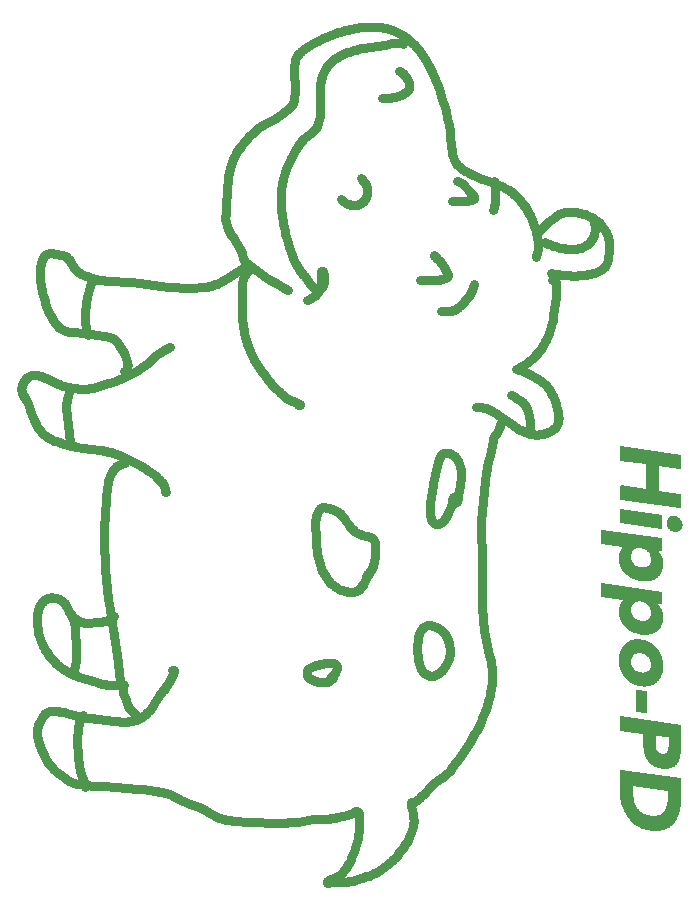
<source format=gbr>
G04 EAGLE Gerber RS-274X export*
G75*
%MOMM*%
%FSLAX34Y34*%
%LPD*%
%INSoldermask Top*%
%IPPOS*%
%AMOC8*
5,1,8,0,0,1.08239X$1,22.5*%
G01*
%ADD10C,0.800000*%

G36*
X983627Y262035D02*
X983627Y262035D01*
X983637Y262034D01*
X984390Y262061D01*
X984397Y262062D01*
X984406Y262062D01*
X985157Y262114D01*
X985164Y262115D01*
X985173Y262115D01*
X985922Y262190D01*
X985929Y262192D01*
X985937Y262192D01*
X986684Y262291D01*
X986691Y262293D01*
X986700Y262293D01*
X987443Y262414D01*
X987451Y262417D01*
X987462Y262418D01*
X988200Y262569D01*
X988208Y262572D01*
X988219Y262573D01*
X988950Y262751D01*
X988960Y262756D01*
X988972Y262757D01*
X989695Y262969D01*
X989703Y262973D01*
X989715Y262975D01*
X990428Y263217D01*
X990435Y263221D01*
X990444Y263223D01*
X991149Y263489D01*
X991155Y263494D01*
X991165Y263496D01*
X991343Y263571D01*
X991860Y263787D01*
X991868Y263793D01*
X991880Y263796D01*
X992561Y264118D01*
X992567Y264123D01*
X992577Y264126D01*
X993246Y264472D01*
X993253Y264478D01*
X993265Y264482D01*
X993918Y264857D01*
X993925Y264863D01*
X993936Y264868D01*
X994573Y265269D01*
X994581Y265276D01*
X994593Y265282D01*
X995210Y265712D01*
X995217Y265719D01*
X995227Y265724D01*
X995827Y266179D01*
X995835Y266188D01*
X995847Y266196D01*
X996422Y266682D01*
X996428Y266689D01*
X996438Y266695D01*
X996993Y267205D01*
X996998Y267212D01*
X997006Y267218D01*
X997542Y267747D01*
X997549Y267758D01*
X997562Y267769D01*
X998065Y268330D01*
X998069Y268337D01*
X998076Y268344D01*
X998558Y268922D01*
X998563Y268930D01*
X998571Y268938D01*
X999029Y269535D01*
X999033Y269542D01*
X999039Y269548D01*
X999478Y270159D01*
X999482Y270169D01*
X999491Y270178D01*
X999902Y270810D01*
X999905Y270816D01*
X999911Y270823D01*
X1000301Y271467D01*
X1000304Y271474D01*
X1000311Y271482D01*
X1000678Y272140D01*
X1000680Y272147D01*
X1000686Y272155D01*
X1001031Y272825D01*
X1001034Y272835D01*
X1001041Y272847D01*
X1001664Y274218D01*
X1001666Y274229D01*
X1001673Y274240D01*
X1001951Y274940D01*
X1001953Y274950D01*
X1001959Y274961D01*
X1002452Y276384D01*
X1002453Y276393D01*
X1002458Y276402D01*
X1002678Y277122D01*
X1002679Y277133D01*
X1002684Y277144D01*
X1003057Y278603D01*
X1003058Y278609D01*
X1003060Y278615D01*
X1003230Y279348D01*
X1003230Y279356D01*
X1003233Y279365D01*
X1003523Y280843D01*
X1003523Y280851D01*
X1003526Y280860D01*
X1003764Y282347D01*
X1003764Y282353D01*
X1003766Y282359D01*
X1003867Y283106D01*
X1003867Y283111D01*
X1003869Y283118D01*
X1004035Y284615D01*
X1004034Y284623D01*
X1004036Y284632D01*
X1004151Y286134D01*
X1004151Y286140D01*
X1004152Y286147D01*
X1004190Y286899D01*
X1004189Y286901D01*
X1004190Y286903D01*
X1004222Y287655D01*
X1004221Y287663D01*
X1004222Y287672D01*
X1004229Y288425D01*
X1004229Y288427D01*
X1004229Y288429D01*
X1004251Y305753D01*
X1004251Y306132D01*
X1004237Y306205D01*
X1004230Y306278D01*
X1004217Y306301D01*
X1004212Y306327D01*
X1004170Y306388D01*
X1004135Y306453D01*
X1004114Y306470D01*
X1004099Y306491D01*
X1004037Y306531D01*
X1003980Y306577D01*
X1003951Y306586D01*
X1003932Y306599D01*
X1003889Y306606D01*
X1003821Y306627D01*
X953096Y313718D01*
X953089Y313717D01*
X953083Y313719D01*
X952990Y313711D01*
X952898Y313705D01*
X952892Y313702D01*
X952885Y313702D01*
X952803Y313658D01*
X952720Y313617D01*
X952715Y313611D01*
X952709Y313608D01*
X952651Y313536D01*
X952591Y313465D01*
X952589Y313459D01*
X952584Y313453D01*
X952533Y313295D01*
X952439Y312650D01*
X952441Y312619D01*
X952434Y312578D01*
X952441Y294501D01*
X952442Y294497D01*
X952442Y294492D01*
X952454Y293739D01*
X952456Y293732D01*
X952455Y293723D01*
X952529Y292219D01*
X952531Y292210D01*
X952530Y292199D01*
X952663Y290698D01*
X952666Y290689D01*
X952666Y290678D01*
X952862Y289184D01*
X952865Y289175D01*
X952865Y289164D01*
X953121Y287680D01*
X953123Y287674D01*
X953123Y287666D01*
X953273Y286928D01*
X953274Y286924D01*
X953275Y286918D01*
X953438Y286183D01*
X953441Y286176D01*
X953442Y286167D01*
X953816Y284708D01*
X953820Y284701D01*
X953821Y284690D01*
X954250Y283246D01*
X954254Y283238D01*
X954256Y283226D01*
X954744Y281801D01*
X954748Y281795D01*
X954750Y281786D01*
X955017Y281082D01*
X955021Y281075D01*
X955023Y281066D01*
X955605Y279677D01*
X955610Y279671D01*
X955612Y279662D01*
X955873Y279091D01*
X955882Y279079D01*
X955886Y279065D01*
X955940Y278999D01*
X955945Y278992D01*
X955989Y278849D01*
X956610Y277615D01*
X956616Y277606D01*
X956621Y277594D01*
X957361Y276282D01*
X957368Y276274D01*
X957372Y276263D01*
X958170Y274985D01*
X958177Y274979D01*
X958181Y274969D01*
X958606Y274346D01*
X958609Y274343D01*
X958611Y274338D01*
X959047Y273724D01*
X959054Y273718D01*
X959060Y273707D01*
X959983Y272517D01*
X959992Y272510D01*
X960000Y272497D01*
X960984Y271357D01*
X960993Y271350D01*
X961001Y271338D01*
X962042Y270250D01*
X962050Y270245D01*
X962057Y270235D01*
X962599Y269713D01*
X962607Y269708D01*
X962613Y269700D01*
X963738Y268698D01*
X963746Y268693D01*
X963754Y268684D01*
X964337Y268207D01*
X964345Y268203D01*
X964352Y268195D01*
X965553Y267286D01*
X965563Y267281D01*
X965573Y267272D01*
X966819Y266425D01*
X966826Y266421D01*
X966834Y266414D01*
X967472Y266014D01*
X967483Y266011D01*
X967493Y266002D01*
X968806Y265264D01*
X968815Y265261D01*
X968824Y265254D01*
X969496Y264913D01*
X969503Y264911D01*
X969510Y264905D01*
X970193Y264587D01*
X970203Y264584D01*
X970213Y264578D01*
X971605Y264001D01*
X971617Y263999D01*
X971631Y263991D01*
X973054Y263495D01*
X973066Y263493D01*
X973081Y263486D01*
X974529Y263073D01*
X974540Y263072D01*
X974552Y263067D01*
X976019Y262723D01*
X976031Y262723D01*
X976045Y262718D01*
X977527Y262452D01*
X977537Y262452D01*
X977548Y262449D01*
X979041Y262245D01*
X979051Y262246D01*
X979063Y262243D01*
X980563Y262108D01*
X980573Y262109D01*
X980585Y262106D01*
X982089Y262036D01*
X982100Y262037D01*
X982112Y262035D01*
X983618Y262033D01*
X983627Y262035D01*
G37*
G36*
X1003369Y535393D02*
X1003369Y535393D01*
X1003407Y535395D01*
X1003436Y535409D01*
X1003478Y535420D01*
X1003953Y535629D01*
X1003957Y535632D01*
X1003961Y535633D01*
X1004037Y535689D01*
X1004115Y535744D01*
X1004118Y535748D01*
X1004122Y535751D01*
X1004170Y535832D01*
X1004220Y535913D01*
X1004221Y535918D01*
X1004223Y535922D01*
X1004251Y536086D01*
X1004251Y546636D01*
X1004231Y546731D01*
X1004214Y546824D01*
X1004212Y546827D01*
X1004211Y546831D01*
X1004198Y546850D01*
X1004126Y546966D01*
X1003751Y547392D01*
X1003677Y547449D01*
X1003604Y547507D01*
X1003597Y547509D01*
X1003592Y547512D01*
X1003560Y547521D01*
X1003445Y547557D01*
X985564Y550061D01*
X985301Y550131D01*
X985301Y570765D01*
X985326Y570837D01*
X1003575Y568281D01*
X1003576Y568281D01*
X1003577Y568281D01*
X1003673Y568287D01*
X1003774Y568293D01*
X1003774Y568294D01*
X1003775Y568294D01*
X1003865Y568339D01*
X1003952Y568382D01*
X1003952Y568383D01*
X1003953Y568383D01*
X1004018Y568459D01*
X1004081Y568533D01*
X1004081Y568534D01*
X1004082Y568535D01*
X1004137Y568692D01*
X1004244Y569322D01*
X1004243Y569357D01*
X1004251Y569406D01*
X1004251Y579956D01*
X1004236Y580028D01*
X1004229Y580101D01*
X1004216Y580124D01*
X1004211Y580150D01*
X1004170Y580211D01*
X1004135Y580276D01*
X1004114Y580292D01*
X1004099Y580314D01*
X1004037Y580354D01*
X1003979Y580400D01*
X1003951Y580409D01*
X1003931Y580421D01*
X1003888Y580429D01*
X1003821Y580450D01*
X953072Y587547D01*
X953055Y587546D01*
X953038Y587551D01*
X952956Y587540D01*
X952873Y587535D01*
X952858Y587527D01*
X952841Y587525D01*
X952770Y587483D01*
X952695Y587446D01*
X952684Y587433D01*
X952669Y587424D01*
X952620Y587358D01*
X952566Y587295D01*
X952561Y587279D01*
X952551Y587265D01*
X952508Y587111D01*
X952506Y587106D01*
X952506Y587105D01*
X952506Y587104D01*
X952436Y586431D01*
X952438Y586409D01*
X952434Y586380D01*
X952434Y576583D01*
X952436Y576572D01*
X952434Y576558D01*
X952471Y575837D01*
X952487Y575778D01*
X952492Y575717D01*
X952511Y575683D01*
X952521Y575644D01*
X952558Y575596D01*
X952587Y575542D01*
X952618Y575518D01*
X952642Y575486D01*
X952695Y575456D01*
X952742Y575418D01*
X952786Y575404D01*
X952815Y575388D01*
X952851Y575384D01*
X952901Y575368D01*
X974298Y572361D01*
X974399Y572185D01*
X974399Y551629D01*
X974323Y551615D01*
X953511Y554536D01*
X953479Y554534D01*
X953448Y554541D01*
X953356Y554527D01*
X953312Y554524D01*
X953300Y554518D01*
X953284Y554516D01*
X952775Y554347D01*
X952750Y554332D01*
X952723Y554326D01*
X952665Y554283D01*
X952603Y554248D01*
X952586Y554225D01*
X952563Y554208D01*
X952526Y554146D01*
X952483Y554089D01*
X952476Y554061D01*
X952461Y554037D01*
X952444Y553937D01*
X952434Y553896D01*
X952436Y553886D01*
X952434Y553873D01*
X952434Y543323D01*
X952449Y543248D01*
X952457Y543172D01*
X952469Y543149D01*
X952473Y543128D01*
X952498Y543091D01*
X952533Y543024D01*
X952875Y542567D01*
X952885Y542558D01*
X952891Y542546D01*
X952919Y542525D01*
X952939Y542497D01*
X952984Y542470D01*
X953023Y542435D01*
X953036Y542431D01*
X953047Y542422D01*
X953085Y542410D01*
X953110Y542395D01*
X953158Y542387D01*
X953205Y542372D01*
X1003208Y535383D01*
X1003263Y535386D01*
X1003317Y535380D01*
X1003369Y535393D01*
G37*
G36*
X974412Y473201D02*
X974412Y473201D01*
X974422Y473203D01*
X974434Y473202D01*
X975187Y473237D01*
X975195Y473238D01*
X975204Y473238D01*
X975955Y473299D01*
X975964Y473302D01*
X975976Y473301D01*
X976723Y473395D01*
X976732Y473398D01*
X976745Y473398D01*
X977487Y473525D01*
X977497Y473529D01*
X977510Y473529D01*
X978245Y473691D01*
X978254Y473695D01*
X978266Y473696D01*
X978994Y473889D01*
X979003Y473894D01*
X979016Y473896D01*
X979734Y474123D01*
X979745Y474129D01*
X979761Y474132D01*
X980465Y474400D01*
X980474Y474406D01*
X980486Y474409D01*
X981177Y474710D01*
X981187Y474717D01*
X981202Y474722D01*
X981874Y475060D01*
X981884Y475068D01*
X981899Y475074D01*
X982551Y475449D01*
X982561Y475459D01*
X982577Y475466D01*
X983205Y475881D01*
X983214Y475890D01*
X983228Y475897D01*
X983832Y476347D01*
X983841Y476357D01*
X983855Y476365D01*
X984431Y476850D01*
X984439Y476861D01*
X984453Y476870D01*
X984999Y477388D01*
X985007Y477399D01*
X985020Y477410D01*
X985533Y477960D01*
X985540Y477971D01*
X985553Y477982D01*
X986033Y478561D01*
X986039Y478573D01*
X986051Y478584D01*
X986498Y479190D01*
X986503Y479202D01*
X986515Y479215D01*
X986924Y479847D01*
X986928Y479859D01*
X986938Y479871D01*
X987311Y480525D01*
X987315Y480535D01*
X987323Y480546D01*
X987663Y481217D01*
X987666Y481229D01*
X987674Y481241D01*
X987979Y481930D01*
X987982Y481943D01*
X987991Y481958D01*
X988253Y482663D01*
X988255Y482674D01*
X988262Y482687D01*
X988489Y483405D01*
X988490Y483416D01*
X988496Y483428D01*
X988687Y484157D01*
X988687Y484168D01*
X988692Y484180D01*
X988848Y484917D01*
X988848Y484926D01*
X988852Y484938D01*
X988976Y485680D01*
X988975Y485691D01*
X988979Y485703D01*
X989068Y486451D01*
X989068Y486459D01*
X989070Y486469D01*
X989132Y487219D01*
X989131Y487228D01*
X989133Y487238D01*
X989166Y487991D01*
X989165Y487999D01*
X989167Y488010D01*
X989171Y488762D01*
X989170Y488771D01*
X989171Y488782D01*
X989146Y489534D01*
X989143Y489549D01*
X989144Y489569D01*
X989067Y490318D01*
X989064Y490329D01*
X989064Y490344D01*
X988948Y491088D01*
X988943Y491101D01*
X988942Y491118D01*
X988780Y491853D01*
X988775Y491865D01*
X988773Y491882D01*
X988568Y492606D01*
X988563Y492615D01*
X988561Y492628D01*
X988323Y493342D01*
X988318Y493351D01*
X988315Y493365D01*
X988044Y494067D01*
X988039Y494075D01*
X988036Y494086D01*
X987734Y494776D01*
X987728Y494786D01*
X987724Y494799D01*
X987389Y495473D01*
X987383Y495480D01*
X987380Y495490D01*
X987019Y496151D01*
X987012Y496159D01*
X987007Y496171D01*
X986615Y496814D01*
X986610Y496820D01*
X986606Y496830D01*
X986191Y497458D01*
X986184Y497465D01*
X986178Y497476D01*
X985736Y498085D01*
X985728Y498092D01*
X985722Y498104D01*
X985252Y498691D01*
X985243Y498698D01*
X985236Y498710D01*
X984739Y499275D01*
X984728Y499283D01*
X984718Y499297D01*
X984569Y499446D01*
X987442Y499046D01*
X987523Y499051D01*
X987603Y499050D01*
X987621Y499057D01*
X987641Y499058D01*
X987713Y499094D01*
X987788Y499124D01*
X987803Y499139D01*
X987819Y499147D01*
X987848Y499181D01*
X987909Y499238D01*
X988214Y499641D01*
X988248Y499711D01*
X988288Y499778D01*
X988292Y499802D01*
X988300Y499820D01*
X988303Y499864D01*
X988316Y499942D01*
X988316Y509398D01*
X988301Y509470D01*
X988294Y509542D01*
X988282Y509566D01*
X988276Y509593D01*
X988235Y509653D01*
X988200Y509717D01*
X988179Y509734D01*
X988164Y509757D01*
X988102Y509796D01*
X988045Y509842D01*
X988016Y509851D01*
X987996Y509864D01*
X987953Y509871D01*
X987887Y509892D01*
X937191Y517064D01*
X937188Y517064D01*
X937184Y517065D01*
X937018Y517058D01*
X936466Y516942D01*
X936414Y516919D01*
X936359Y516906D01*
X936324Y516880D01*
X936283Y516863D01*
X936244Y516822D01*
X936199Y516789D01*
X936176Y516751D01*
X936146Y516719D01*
X936126Y516666D01*
X936097Y516617D01*
X936089Y516567D01*
X936076Y516533D01*
X936077Y516499D01*
X936069Y516453D01*
X936069Y505912D01*
X936082Y505851D01*
X936085Y505788D01*
X936102Y505754D01*
X936109Y505717D01*
X936145Y505666D01*
X936172Y505609D01*
X936200Y505585D01*
X936222Y505553D01*
X936274Y505520D01*
X936322Y505478D01*
X936362Y505464D01*
X936389Y505446D01*
X936426Y505440D01*
X936478Y505421D01*
X937193Y505289D01*
X937202Y505289D01*
X937213Y505285D01*
X955483Y502673D01*
X955243Y502496D01*
X955229Y502481D01*
X955207Y502466D01*
X954647Y501963D01*
X954634Y501945D01*
X954611Y501927D01*
X954106Y501370D01*
X954095Y501351D01*
X954075Y501332D01*
X953626Y500728D01*
X953617Y500710D01*
X953600Y500690D01*
X953209Y500047D01*
X953202Y500028D01*
X953186Y500006D01*
X952857Y499329D01*
X952853Y499311D01*
X952841Y499291D01*
X952569Y498589D01*
X952567Y498577D01*
X952560Y498564D01*
X952325Y497849D01*
X952324Y497838D01*
X952318Y497825D01*
X952119Y497099D01*
X952119Y497090D01*
X952114Y497078D01*
X951947Y496345D01*
X951946Y496334D01*
X951942Y496321D01*
X951810Y495580D01*
X951810Y495570D01*
X951806Y495558D01*
X951707Y494812D01*
X951708Y494804D01*
X951705Y494794D01*
X951633Y494045D01*
X951633Y494035D01*
X951631Y494024D01*
X951589Y493273D01*
X951591Y493264D01*
X951589Y493254D01*
X951575Y492501D01*
X951577Y492492D01*
X951575Y492481D01*
X951593Y491728D01*
X951594Y491720D01*
X951593Y491711D01*
X951637Y490959D01*
X951640Y490948D01*
X951639Y490933D01*
X951721Y490185D01*
X951725Y490175D01*
X951724Y490163D01*
X951840Y489419D01*
X951844Y489409D01*
X951845Y489395D01*
X951997Y488657D01*
X952001Y488647D01*
X952002Y488634D01*
X952190Y487905D01*
X952195Y487895D01*
X952197Y487881D01*
X952421Y487162D01*
X952426Y487152D01*
X952429Y487137D01*
X952691Y486431D01*
X952696Y486422D01*
X952699Y486410D01*
X952993Y485717D01*
X953000Y485706D01*
X953004Y485692D01*
X953335Y485016D01*
X953340Y485010D01*
X953343Y485001D01*
X953697Y484336D01*
X953704Y484328D01*
X953709Y484316D01*
X954094Y483669D01*
X954099Y483663D01*
X954103Y483654D01*
X954511Y483021D01*
X954517Y483014D01*
X954522Y483005D01*
X954954Y482388D01*
X954961Y482381D01*
X954967Y482370D01*
X955426Y481774D01*
X955433Y481768D01*
X955439Y481758D01*
X955921Y481180D01*
X955927Y481176D01*
X955932Y481168D01*
X956434Y480606D01*
X956443Y480600D01*
X956451Y480589D01*
X956979Y480052D01*
X956985Y480048D01*
X956991Y480041D01*
X957536Y479522D01*
X957543Y479518D01*
X957549Y479510D01*
X958112Y479011D01*
X958119Y479007D01*
X958126Y478999D01*
X958707Y478520D01*
X958716Y478515D01*
X958725Y478505D01*
X959932Y477604D01*
X959942Y477599D01*
X959952Y477590D01*
X960576Y477169D01*
X960584Y477166D01*
X960592Y477160D01*
X961231Y476762D01*
X961238Y476760D01*
X961244Y476754D01*
X961896Y476377D01*
X961902Y476375D01*
X961908Y476370D01*
X962570Y476011D01*
X962577Y476009D01*
X962584Y476004D01*
X963257Y475666D01*
X963263Y475665D01*
X963270Y475660D01*
X963953Y475343D01*
X963960Y475341D01*
X963967Y475336D01*
X964659Y475040D01*
X964670Y475038D01*
X964682Y475031D01*
X966093Y474506D01*
X966107Y474504D01*
X966123Y474496D01*
X967564Y474061D01*
X967575Y474060D01*
X967587Y474055D01*
X968317Y473872D01*
X968325Y473871D01*
X968333Y473868D01*
X969069Y473709D01*
X969076Y473709D01*
X969084Y473706D01*
X969824Y473569D01*
X969831Y473569D01*
X969839Y473567D01*
X970584Y473453D01*
X970589Y473453D01*
X970594Y473451D01*
X971340Y473353D01*
X971347Y473354D01*
X971356Y473351D01*
X972105Y473277D01*
X972113Y473277D01*
X972122Y473275D01*
X972874Y473226D01*
X972881Y473227D01*
X972889Y473226D01*
X973642Y473201D01*
X973650Y473202D01*
X973659Y473200D01*
X974412Y473201D01*
G37*
G36*
X974412Y427981D02*
X974412Y427981D01*
X974422Y427983D01*
X974434Y427982D01*
X975187Y428017D01*
X975195Y428019D01*
X975204Y428018D01*
X975955Y428079D01*
X975964Y428082D01*
X975976Y428082D01*
X976723Y428175D01*
X976732Y428178D01*
X976745Y428178D01*
X977487Y428305D01*
X977497Y428309D01*
X977510Y428309D01*
X978245Y428471D01*
X978254Y428475D01*
X978266Y428476D01*
X978994Y428669D01*
X979003Y428674D01*
X979016Y428676D01*
X979734Y428903D01*
X979745Y428909D01*
X979761Y428912D01*
X980465Y429180D01*
X980474Y429186D01*
X980486Y429189D01*
X981177Y429490D01*
X981187Y429497D01*
X981202Y429502D01*
X981874Y429840D01*
X981884Y429848D01*
X981899Y429854D01*
X982551Y430230D01*
X982561Y430239D01*
X982577Y430246D01*
X983205Y430661D01*
X983214Y430670D01*
X983228Y430677D01*
X983832Y431127D01*
X983841Y431137D01*
X983855Y431145D01*
X984431Y431630D01*
X984439Y431641D01*
X984453Y431650D01*
X984999Y432169D01*
X985007Y432180D01*
X985020Y432190D01*
X985533Y432740D01*
X985540Y432751D01*
X985553Y432762D01*
X986033Y433341D01*
X986039Y433353D01*
X986051Y433364D01*
X986498Y433970D01*
X986503Y433982D01*
X986515Y433995D01*
X986924Y434627D01*
X986928Y434639D01*
X986938Y434651D01*
X987311Y435305D01*
X987315Y435316D01*
X987323Y435327D01*
X987663Y435998D01*
X987666Y436009D01*
X987674Y436021D01*
X987979Y436710D01*
X987982Y436723D01*
X987991Y436738D01*
X988253Y437443D01*
X988255Y437455D01*
X988262Y437467D01*
X988489Y438185D01*
X988490Y438196D01*
X988496Y438209D01*
X988687Y438937D01*
X988687Y438948D01*
X988692Y438960D01*
X988848Y439697D01*
X988848Y439706D01*
X988852Y439718D01*
X988976Y440460D01*
X988975Y440471D01*
X988979Y440483D01*
X989068Y441231D01*
X989068Y441239D01*
X989070Y441249D01*
X989132Y442000D01*
X989131Y442008D01*
X989133Y442019D01*
X989166Y442771D01*
X989165Y442779D01*
X989167Y442790D01*
X989171Y443543D01*
X989170Y443551D01*
X989171Y443562D01*
X989146Y444314D01*
X989143Y444330D01*
X989144Y444349D01*
X989067Y445098D01*
X989064Y445109D01*
X989064Y445124D01*
X988948Y445868D01*
X988943Y445881D01*
X988942Y445898D01*
X988780Y446633D01*
X988775Y446646D01*
X988773Y446662D01*
X988567Y447387D01*
X988563Y447396D01*
X988561Y447408D01*
X988323Y448122D01*
X988318Y448132D01*
X988315Y448145D01*
X988044Y448847D01*
X988039Y448855D01*
X988036Y448867D01*
X987734Y449557D01*
X987728Y449566D01*
X987724Y449579D01*
X987389Y450253D01*
X987383Y450260D01*
X987380Y450270D01*
X987019Y450931D01*
X987012Y450939D01*
X987007Y450952D01*
X986615Y451595D01*
X986610Y451601D01*
X986606Y451610D01*
X986191Y452238D01*
X986184Y452245D01*
X986178Y452256D01*
X985736Y452865D01*
X985728Y452872D01*
X985722Y452884D01*
X985252Y453472D01*
X985243Y453479D01*
X985236Y453490D01*
X984739Y454055D01*
X984728Y454063D01*
X984718Y454077D01*
X984569Y454226D01*
X987442Y453826D01*
X987523Y453831D01*
X987603Y453830D01*
X987621Y453837D01*
X987641Y453838D01*
X987713Y453874D01*
X987788Y453905D01*
X987803Y453919D01*
X987819Y453927D01*
X987848Y453961D01*
X987909Y454019D01*
X988214Y454421D01*
X988248Y454491D01*
X988288Y454559D01*
X988292Y454583D01*
X988300Y454600D01*
X988303Y454645D01*
X988316Y454723D01*
X988316Y464178D01*
X988301Y464250D01*
X988294Y464323D01*
X988282Y464346D01*
X988276Y464373D01*
X988235Y464433D01*
X988200Y464498D01*
X988179Y464515D01*
X988164Y464537D01*
X988102Y464576D01*
X988045Y464622D01*
X988016Y464631D01*
X987996Y464644D01*
X987953Y464651D01*
X987887Y464672D01*
X937191Y471844D01*
X937188Y471844D01*
X937184Y471845D01*
X937018Y471839D01*
X936466Y471722D01*
X936414Y471700D01*
X936359Y471687D01*
X936324Y471661D01*
X936283Y471643D01*
X936244Y471602D01*
X936199Y471569D01*
X936176Y471531D01*
X936146Y471499D01*
X936126Y471446D01*
X936097Y471398D01*
X936089Y471347D01*
X936076Y471313D01*
X936077Y471279D01*
X936069Y471234D01*
X936069Y460692D01*
X936082Y460631D01*
X936085Y460569D01*
X936102Y460535D01*
X936109Y460498D01*
X936145Y460446D01*
X936172Y460390D01*
X936200Y460365D01*
X936222Y460334D01*
X936274Y460300D01*
X936322Y460259D01*
X936362Y460244D01*
X936389Y460227D01*
X936426Y460220D01*
X936478Y460202D01*
X937193Y460069D01*
X937202Y460069D01*
X937213Y460066D01*
X955483Y457454D01*
X955243Y457276D01*
X955229Y457261D01*
X955207Y457246D01*
X954647Y456743D01*
X954634Y456725D01*
X954611Y456707D01*
X954106Y456150D01*
X954095Y456131D01*
X954075Y456112D01*
X953626Y455509D01*
X953617Y455490D01*
X953600Y455470D01*
X953209Y454827D01*
X953202Y454808D01*
X953186Y454786D01*
X952857Y454109D01*
X952853Y454091D01*
X952841Y454071D01*
X952569Y453369D01*
X952567Y453358D01*
X952560Y453345D01*
X952325Y452629D01*
X952324Y452618D01*
X952318Y452605D01*
X952119Y451879D01*
X952119Y451870D01*
X952114Y451859D01*
X951947Y451125D01*
X951946Y451114D01*
X951942Y451101D01*
X951810Y450360D01*
X951810Y450350D01*
X951806Y450338D01*
X951707Y449592D01*
X951708Y449584D01*
X951705Y449574D01*
X951633Y448825D01*
X951633Y448816D01*
X951631Y448804D01*
X951589Y448053D01*
X951591Y448044D01*
X951589Y448034D01*
X951575Y447281D01*
X951577Y447272D01*
X951575Y447261D01*
X951593Y446508D01*
X951594Y446500D01*
X951593Y446491D01*
X951637Y445739D01*
X951640Y445728D01*
X951639Y445714D01*
X951721Y444965D01*
X951725Y444955D01*
X951724Y444943D01*
X951840Y444199D01*
X951844Y444189D01*
X951845Y444175D01*
X951997Y443438D01*
X952001Y443428D01*
X952002Y443414D01*
X952190Y442685D01*
X952195Y442675D01*
X952197Y442661D01*
X952421Y441943D01*
X952426Y441932D01*
X952429Y441917D01*
X952691Y441211D01*
X952696Y441203D01*
X952699Y441190D01*
X952992Y440497D01*
X952999Y440487D01*
X953004Y440472D01*
X953335Y439796D01*
X953340Y439790D01*
X953343Y439781D01*
X953697Y439117D01*
X953704Y439108D01*
X953709Y439096D01*
X954094Y438449D01*
X954099Y438443D01*
X954103Y438434D01*
X954511Y437801D01*
X954517Y437795D01*
X954522Y437785D01*
X954954Y437169D01*
X954961Y437161D01*
X954967Y437150D01*
X955426Y436554D01*
X955433Y436548D01*
X955439Y436538D01*
X955921Y435961D01*
X955927Y435956D01*
X955932Y435948D01*
X956434Y435387D01*
X956443Y435380D01*
X956451Y435369D01*
X956979Y434833D01*
X956985Y434829D01*
X956991Y434822D01*
X957536Y434303D01*
X957543Y434298D01*
X957549Y434291D01*
X958112Y433791D01*
X958119Y433787D01*
X958126Y433779D01*
X958707Y433300D01*
X958716Y433295D01*
X958725Y433286D01*
X959932Y432384D01*
X959942Y432380D01*
X959952Y432370D01*
X960576Y431950D01*
X960584Y431947D01*
X960591Y431940D01*
X961231Y431542D01*
X961238Y431540D01*
X961244Y431535D01*
X961896Y431157D01*
X961902Y431155D01*
X961908Y431150D01*
X962570Y430792D01*
X962577Y430790D01*
X962584Y430785D01*
X963257Y430447D01*
X963263Y430445D01*
X963270Y430440D01*
X963953Y430123D01*
X963960Y430121D01*
X963967Y430117D01*
X964659Y429820D01*
X964670Y429818D01*
X964682Y429811D01*
X966093Y429286D01*
X966107Y429284D01*
X966123Y429276D01*
X967564Y428841D01*
X967575Y428840D01*
X967587Y428835D01*
X968317Y428652D01*
X968325Y428652D01*
X968333Y428648D01*
X969069Y428489D01*
X969076Y428489D01*
X969084Y428486D01*
X969824Y428349D01*
X969831Y428349D01*
X969839Y428347D01*
X970584Y428233D01*
X970589Y428233D01*
X970594Y428232D01*
X971340Y428133D01*
X971347Y428134D01*
X971356Y428132D01*
X972105Y428057D01*
X972113Y428058D01*
X972122Y428055D01*
X972874Y428007D01*
X972881Y428008D01*
X972889Y428006D01*
X973642Y427981D01*
X973650Y427982D01*
X973659Y427981D01*
X974412Y427981D01*
G37*
G36*
X991397Y314587D02*
X991397Y314587D01*
X991410Y314585D01*
X992164Y314605D01*
X992173Y314607D01*
X992186Y314606D01*
X992938Y314660D01*
X992950Y314663D01*
X992967Y314662D01*
X993714Y314759D01*
X993726Y314763D01*
X993742Y314763D01*
X994483Y314901D01*
X994498Y314907D01*
X994518Y314909D01*
X995247Y315101D01*
X995261Y315107D01*
X995280Y315110D01*
X995994Y315351D01*
X996009Y315360D01*
X996030Y315365D01*
X996638Y315623D01*
X996724Y315660D01*
X996735Y315667D01*
X996751Y315672D01*
X997426Y316009D01*
X997438Y316018D01*
X997456Y316025D01*
X998106Y316406D01*
X998118Y316417D01*
X998136Y316425D01*
X998758Y316852D01*
X998768Y316863D01*
X998784Y316872D01*
X999376Y317339D01*
X999388Y317353D01*
X999407Y317366D01*
X999959Y317880D01*
X999969Y317894D01*
X999987Y317908D01*
X1000496Y318464D01*
X1000504Y318477D01*
X1000518Y318491D01*
X1000987Y319081D01*
X1000994Y319096D01*
X1001009Y319110D01*
X1001433Y319733D01*
X1001438Y319745D01*
X1001448Y319756D01*
X1001838Y320402D01*
X1001842Y320414D01*
X1001851Y320426D01*
X1002204Y321093D01*
X1002208Y321106D01*
X1002217Y321120D01*
X1002529Y321806D01*
X1002532Y321817D01*
X1002539Y321829D01*
X1002817Y322529D01*
X1002819Y322541D01*
X1002826Y322555D01*
X1003066Y323269D01*
X1003067Y323279D01*
X1003072Y323289D01*
X1003282Y324013D01*
X1003283Y324023D01*
X1003288Y324035D01*
X1003466Y324767D01*
X1003466Y324776D01*
X1003470Y324786D01*
X1003619Y325525D01*
X1003619Y325530D01*
X1003621Y325536D01*
X1003754Y326278D01*
X1003754Y326285D01*
X1003757Y326294D01*
X1003977Y327785D01*
X1003976Y327793D01*
X1003979Y327803D01*
X1004063Y328552D01*
X1004062Y328560D01*
X1004064Y328570D01*
X1004179Y330073D01*
X1004178Y330082D01*
X1004180Y330091D01*
X1004240Y331598D01*
X1004239Y331607D01*
X1004241Y331618D01*
X1004252Y351222D01*
X1004252Y351348D01*
X1004238Y351421D01*
X1004231Y351495D01*
X1004218Y351518D01*
X1004213Y351543D01*
X1004171Y351604D01*
X1004136Y351670D01*
X1004116Y351686D01*
X1004101Y351707D01*
X1004039Y351747D01*
X1003981Y351794D01*
X1003953Y351802D01*
X1003934Y351815D01*
X1003890Y351822D01*
X1003822Y351844D01*
X953040Y358946D01*
X953009Y358944D01*
X952980Y358950D01*
X952911Y358938D01*
X952841Y358934D01*
X952814Y358920D01*
X952784Y358914D01*
X952726Y358876D01*
X952663Y358845D01*
X952644Y358822D01*
X952618Y358805D01*
X952580Y358747D01*
X952534Y358694D01*
X952525Y358665D01*
X952508Y358639D01*
X952487Y358546D01*
X952474Y358504D01*
X952475Y358492D01*
X952472Y358477D01*
X952436Y357765D01*
X952437Y357754D01*
X952435Y357739D01*
X952435Y347937D01*
X952440Y347914D01*
X952438Y347883D01*
X952512Y347194D01*
X952526Y347149D01*
X952531Y347101D01*
X952556Y347055D01*
X952572Y347004D01*
X952603Y346968D01*
X952626Y346926D01*
X952667Y346894D01*
X952701Y346854D01*
X952744Y346832D01*
X952781Y346803D01*
X952842Y346784D01*
X952880Y346765D01*
X952906Y346763D01*
X952940Y346753D01*
X972135Y344108D01*
X972243Y343941D01*
X972248Y335794D01*
X972249Y335789D01*
X972248Y335783D01*
X972265Y335029D01*
X972267Y335023D01*
X972266Y335015D01*
X972337Y333634D01*
X972339Y333623D01*
X972338Y333612D01*
X972364Y333527D01*
X972367Y333517D01*
X972354Y333372D01*
X972402Y332745D01*
X972403Y332739D01*
X972403Y332731D01*
X972480Y331981D01*
X972482Y331975D01*
X972482Y331967D01*
X972681Y330472D01*
X972684Y330462D01*
X972685Y330450D01*
X972950Y328966D01*
X972953Y328958D01*
X972953Y328947D01*
X973114Y328210D01*
X973117Y328203D01*
X973118Y328194D01*
X973304Y327463D01*
X973307Y327456D01*
X973308Y327446D01*
X973519Y326722D01*
X973523Y326715D01*
X973525Y326704D01*
X973764Y325989D01*
X973768Y325981D01*
X973770Y325971D01*
X974036Y325265D01*
X974041Y325257D01*
X974044Y325246D01*
X974339Y324552D01*
X974345Y324543D01*
X974349Y324531D01*
X974676Y323852D01*
X974681Y323845D01*
X974684Y323836D01*
X975035Y323169D01*
X975042Y323160D01*
X975047Y323148D01*
X975430Y322498D01*
X975437Y322491D01*
X975441Y322480D01*
X975852Y321847D01*
X975861Y321838D01*
X975868Y321824D01*
X976315Y321216D01*
X976322Y321209D01*
X976329Y321198D01*
X976803Y320612D01*
X976813Y320603D01*
X976823Y320589D01*
X977331Y320032D01*
X977340Y320026D01*
X977347Y320016D01*
X977881Y319483D01*
X977891Y319477D01*
X977899Y319466D01*
X978459Y318961D01*
X978469Y318956D01*
X978478Y318946D01*
X979061Y318468D01*
X979071Y318463D01*
X979080Y318454D01*
X979686Y318005D01*
X979695Y318000D01*
X979705Y317991D01*
X980330Y317571D01*
X980339Y317567D01*
X980348Y317559D01*
X980992Y317166D01*
X981004Y317162D01*
X981016Y317152D01*
X981680Y316795D01*
X981690Y316792D01*
X981700Y316785D01*
X982379Y316458D01*
X982389Y316456D01*
X982399Y316449D01*
X983093Y316153D01*
X983104Y316151D01*
X983116Y316144D01*
X983823Y315882D01*
X983830Y315881D01*
X983838Y315877D01*
X984553Y315638D01*
X984563Y315636D01*
X984575Y315631D01*
X985300Y315425D01*
X985308Y315424D01*
X985317Y315420D01*
X986049Y315239D01*
X986055Y315239D01*
X986062Y315236D01*
X986798Y315074D01*
X986806Y315074D01*
X986814Y315071D01*
X987556Y314934D01*
X987563Y314934D01*
X987571Y314931D01*
X988316Y314817D01*
X988322Y314818D01*
X988328Y314816D01*
X989076Y314720D01*
X989084Y314720D01*
X989094Y314718D01*
X989844Y314649D01*
X989852Y314649D01*
X989860Y314647D01*
X990613Y314602D01*
X990622Y314603D01*
X990632Y314601D01*
X991386Y314585D01*
X991397Y314587D01*
G37*
G36*
X973592Y384245D02*
X973592Y384245D01*
X973600Y384246D01*
X973610Y384245D01*
X974361Y384274D01*
X974371Y384277D01*
X974383Y384276D01*
X975132Y384339D01*
X975142Y384342D01*
X975155Y384342D01*
X975900Y384438D01*
X975911Y384442D01*
X975925Y384443D01*
X976664Y384578D01*
X976673Y384582D01*
X976685Y384582D01*
X977418Y384749D01*
X977430Y384755D01*
X977447Y384757D01*
X978168Y384968D01*
X978177Y384972D01*
X978188Y384974D01*
X978900Y385215D01*
X978910Y385221D01*
X978925Y385224D01*
X979623Y385502D01*
X979633Y385508D01*
X979646Y385512D01*
X980330Y385825D01*
X980338Y385831D01*
X980350Y385835D01*
X981018Y386178D01*
X981028Y386186D01*
X981042Y386191D01*
X981691Y386570D01*
X981700Y386579D01*
X981715Y386585D01*
X982341Y387001D01*
X982349Y387009D01*
X982362Y387016D01*
X982966Y387463D01*
X982974Y387473D01*
X982988Y387481D01*
X983566Y387961D01*
X983573Y387970D01*
X983585Y387978D01*
X984137Y388487D01*
X984145Y388497D01*
X984157Y388506D01*
X984681Y389045D01*
X984687Y389055D01*
X984698Y389064D01*
X985194Y389629D01*
X985200Y389640D01*
X985211Y389650D01*
X985675Y390241D01*
X985680Y390251D01*
X985690Y390261D01*
X986124Y390874D01*
X986129Y390885D01*
X986138Y390896D01*
X986540Y391531D01*
X986544Y391541D01*
X986552Y391552D01*
X986923Y392206D01*
X986926Y392215D01*
X986933Y392225D01*
X987275Y392894D01*
X987277Y392904D01*
X987285Y392915D01*
X987595Y393600D01*
X987597Y393610D01*
X987603Y393620D01*
X987882Y394318D01*
X987884Y394327D01*
X987890Y394338D01*
X988139Y395047D01*
X988141Y395056D01*
X988145Y395065D01*
X988367Y395784D01*
X988368Y395793D01*
X988372Y395803D01*
X988564Y396530D01*
X988565Y396538D01*
X988569Y396547D01*
X988734Y397280D01*
X988734Y397290D01*
X988738Y397301D01*
X988872Y398041D01*
X988872Y398048D01*
X988875Y398056D01*
X988985Y398799D01*
X988985Y398808D01*
X988988Y398818D01*
X989071Y399565D01*
X989070Y399572D01*
X989072Y399580D01*
X989133Y400329D01*
X989132Y400339D01*
X989134Y400350D01*
X989163Y401101D01*
X989162Y401107D01*
X989163Y401113D01*
X989174Y401864D01*
X989172Y401875D01*
X989173Y401887D01*
X989163Y402231D01*
X989147Y402730D01*
X989147Y402731D01*
X989127Y403389D01*
X989124Y403404D01*
X989125Y403422D01*
X988980Y404918D01*
X988976Y404931D01*
X988976Y404949D01*
X988739Y406433D01*
X988734Y406446D01*
X988733Y406464D01*
X988401Y407930D01*
X988396Y407941D01*
X988394Y407955D01*
X988191Y408678D01*
X988187Y408687D01*
X988185Y408700D01*
X987715Y410127D01*
X987709Y410137D01*
X987706Y410151D01*
X987436Y410852D01*
X987430Y410861D01*
X987426Y410875D01*
X986816Y412248D01*
X986809Y412257D01*
X986806Y412269D01*
X986469Y412941D01*
X986463Y412948D01*
X986459Y412959D01*
X986095Y413617D01*
X986090Y413622D01*
X986087Y413631D01*
X985701Y414276D01*
X985696Y414281D01*
X985692Y414290D01*
X985284Y414922D01*
X985278Y414928D01*
X985273Y414937D01*
X984843Y415553D01*
X984837Y415558D01*
X984832Y415567D01*
X984380Y416167D01*
X984374Y416173D01*
X984369Y416182D01*
X983895Y416765D01*
X983889Y416770D01*
X983884Y416779D01*
X983389Y417345D01*
X983384Y417349D01*
X983379Y417356D01*
X982868Y417907D01*
X982861Y417912D01*
X982855Y417920D01*
X982322Y418451D01*
X982315Y418456D01*
X982309Y418465D01*
X981757Y418975D01*
X981750Y418979D01*
X981744Y418986D01*
X981175Y419477D01*
X981168Y419481D01*
X981162Y419488D01*
X980576Y419959D01*
X980568Y419963D01*
X980561Y419971D01*
X979957Y420418D01*
X979951Y420421D01*
X979945Y420427D01*
X979328Y420857D01*
X979320Y420860D01*
X979313Y420867D01*
X978681Y421273D01*
X978674Y421276D01*
X978667Y421282D01*
X978022Y421667D01*
X978013Y421670D01*
X978005Y421677D01*
X977345Y422037D01*
X977336Y422040D01*
X977328Y422046D01*
X976655Y422380D01*
X976646Y422382D01*
X976637Y422388D01*
X975952Y422697D01*
X975943Y422699D01*
X975933Y422705D01*
X975235Y422984D01*
X975228Y422985D01*
X975220Y422990D01*
X974513Y423246D01*
X974503Y423248D01*
X974493Y423253D01*
X973776Y423478D01*
X973769Y423479D01*
X973762Y423483D01*
X973038Y423687D01*
X973029Y423687D01*
X973018Y423692D01*
X972286Y423865D01*
X972279Y423865D01*
X972270Y423868D01*
X971534Y424017D01*
X971527Y424017D01*
X971519Y424020D01*
X970778Y424147D01*
X970772Y424146D01*
X970766Y424148D01*
X970448Y424194D01*
X970443Y424194D01*
X970437Y424196D01*
X969691Y424287D01*
X969683Y424286D01*
X969673Y424289D01*
X968924Y424353D01*
X968917Y424352D01*
X968908Y424354D01*
X968157Y424394D01*
X968148Y424392D01*
X968137Y424394D01*
X967385Y424403D01*
X967376Y424401D01*
X967365Y424403D01*
X966614Y424381D01*
X966605Y424379D01*
X966594Y424380D01*
X965844Y424328D01*
X965834Y424325D01*
X965820Y424326D01*
X965074Y424238D01*
X965064Y424234D01*
X965051Y424234D01*
X964310Y424112D01*
X964299Y424108D01*
X964286Y424108D01*
X963551Y423949D01*
X963540Y423944D01*
X963524Y423942D01*
X962800Y423744D01*
X962790Y423739D01*
X962776Y423737D01*
X962062Y423502D01*
X962054Y423498D01*
X962042Y423495D01*
X961338Y423231D01*
X961329Y423225D01*
X961317Y423222D01*
X960627Y422925D01*
X960617Y422918D01*
X960602Y422914D01*
X959929Y422580D01*
X959919Y422572D01*
X959906Y422567D01*
X959251Y422199D01*
X959242Y422191D01*
X959229Y422186D01*
X958594Y421785D01*
X958586Y421777D01*
X958573Y421771D01*
X957958Y421339D01*
X957949Y421329D01*
X957935Y421321D01*
X957347Y420854D01*
X957338Y420844D01*
X957325Y420836D01*
X956764Y420337D01*
X956757Y420328D01*
X956745Y420319D01*
X956210Y419792D01*
X956203Y419783D01*
X956192Y419774D01*
X955684Y419220D01*
X955677Y419208D01*
X955665Y419197D01*
X955191Y418614D01*
X955186Y418604D01*
X955176Y418594D01*
X954732Y417987D01*
X954727Y417977D01*
X954718Y417967D01*
X954305Y417339D01*
X954301Y417327D01*
X954291Y417316D01*
X953913Y416667D01*
X953909Y416657D01*
X953902Y416647D01*
X953553Y415981D01*
X953550Y415972D01*
X953543Y415962D01*
X953224Y415281D01*
X953222Y415270D01*
X953214Y415258D01*
X952929Y414563D01*
X952928Y414554D01*
X952922Y414545D01*
X952665Y413839D01*
X952664Y413829D01*
X952658Y413819D01*
X952431Y413102D01*
X952430Y413093D01*
X952425Y413082D01*
X952228Y412357D01*
X952227Y412349D01*
X952224Y412341D01*
X952051Y411609D01*
X952051Y411599D01*
X952046Y411588D01*
X951906Y410850D01*
X951906Y410842D01*
X951903Y410834D01*
X951787Y410092D01*
X951787Y410083D01*
X951784Y410073D01*
X951694Y409327D01*
X951695Y409320D01*
X951693Y409311D01*
X951628Y408562D01*
X951629Y408553D01*
X951627Y408543D01*
X951590Y407793D01*
X951592Y407783D01*
X951590Y407771D01*
X951583Y406268D01*
X951585Y406258D01*
X951583Y406246D01*
X951585Y406192D01*
X951612Y405495D01*
X951614Y405484D01*
X951613Y405470D01*
X951747Y403973D01*
X951750Y403963D01*
X951750Y403950D01*
X951852Y403205D01*
X951854Y403199D01*
X951854Y403190D01*
X951978Y402449D01*
X951981Y402442D01*
X951981Y402432D01*
X952131Y401696D01*
X952133Y401690D01*
X952134Y401682D01*
X952305Y400950D01*
X952309Y400939D01*
X952311Y400926D01*
X952724Y399481D01*
X952731Y399467D01*
X952734Y399449D01*
X953201Y398152D01*
X953213Y398132D01*
X953218Y398110D01*
X953264Y398048D01*
X953265Y398046D01*
X953300Y397896D01*
X953541Y397318D01*
X953545Y397312D01*
X953547Y397302D01*
X953860Y396619D01*
X953864Y396613D01*
X953867Y396605D01*
X954200Y395931D01*
X954205Y395925D01*
X954208Y395916D01*
X954564Y395254D01*
X954569Y395248D01*
X954573Y395239D01*
X954952Y394590D01*
X954958Y394583D01*
X954962Y394573D01*
X955367Y393940D01*
X955372Y393935D01*
X955375Y393927D01*
X955799Y393307D01*
X955805Y393300D01*
X955811Y393289D01*
X956260Y392687D01*
X956265Y392683D01*
X956269Y392675D01*
X956737Y392086D01*
X956746Y392079D01*
X956754Y392066D01*
X957750Y390941D01*
X957760Y390933D01*
X957769Y390920D01*
X958298Y390386D01*
X958304Y390382D01*
X958310Y390374D01*
X958856Y389858D01*
X958862Y389854D01*
X958868Y389847D01*
X959431Y389349D01*
X959438Y389345D01*
X959445Y389338D01*
X960026Y388861D01*
X960032Y388857D01*
X960038Y388851D01*
X960634Y388392D01*
X960641Y388389D01*
X960648Y388382D01*
X961259Y387945D01*
X961266Y387942D01*
X961273Y387935D01*
X961899Y387519D01*
X961906Y387517D01*
X961912Y387511D01*
X962550Y387114D01*
X962559Y387111D01*
X962568Y387104D01*
X963223Y386734D01*
X963230Y386732D01*
X963236Y386727D01*
X963902Y386378D01*
X963912Y386375D01*
X963923Y386367D01*
X964604Y386050D01*
X964612Y386048D01*
X964620Y386043D01*
X965311Y385749D01*
X965321Y385747D01*
X965332Y385740D01*
X966037Y385478D01*
X966045Y385477D01*
X966054Y385472D01*
X966767Y385235D01*
X966774Y385234D01*
X966783Y385230D01*
X967504Y385018D01*
X967513Y385017D01*
X967523Y385013D01*
X968251Y384828D01*
X968259Y384828D01*
X968269Y384824D01*
X969003Y384667D01*
X969010Y384666D01*
X969018Y384664D01*
X969758Y384528D01*
X969766Y384528D01*
X969776Y384525D01*
X970520Y384418D01*
X970528Y384418D01*
X970536Y384416D01*
X971283Y384332D01*
X971291Y384333D01*
X971300Y384331D01*
X972050Y384273D01*
X972058Y384274D01*
X972068Y384272D01*
X972819Y384242D01*
X972828Y384244D01*
X972841Y384242D01*
X973592Y384245D01*
G37*
%LPC*%
G36*
X980668Y274746D02*
X980668Y274746D01*
X979936Y274787D01*
X979208Y274854D01*
X978484Y274960D01*
X977757Y275089D01*
X977034Y275239D01*
X976319Y275411D01*
X975611Y275610D01*
X974909Y275832D01*
X974221Y276079D01*
X973544Y276358D01*
X972878Y276663D01*
X972231Y276997D01*
X971601Y277364D01*
X970987Y277761D01*
X970392Y278181D01*
X969820Y278635D01*
X969269Y279112D01*
X968741Y279614D01*
X968243Y280142D01*
X967772Y280698D01*
X967328Y281273D01*
X966918Y281876D01*
X966532Y282495D01*
X966177Y283135D01*
X965897Y283687D01*
X965894Y283690D01*
X965893Y283694D01*
X965832Y283768D01*
X965831Y283770D01*
X965800Y283889D01*
X965549Y284455D01*
X965276Y285135D01*
X965032Y285826D01*
X964817Y286527D01*
X964627Y287234D01*
X964317Y288682D01*
X964076Y290144D01*
X963911Y291621D01*
X963853Y292355D01*
X963781Y293841D01*
X963770Y300032D01*
X992639Y295977D01*
X992915Y295913D01*
X992895Y288792D01*
X992859Y288059D01*
X992801Y287327D01*
X992610Y285859D01*
X992480Y285138D01*
X992324Y284419D01*
X992144Y283708D01*
X991933Y283005D01*
X991699Y282312D01*
X991432Y281633D01*
X991134Y280968D01*
X990802Y280322D01*
X990436Y279695D01*
X990037Y279091D01*
X989604Y278513D01*
X989137Y277967D01*
X988631Y277460D01*
X988091Y276987D01*
X987520Y276559D01*
X986916Y276177D01*
X986282Y275841D01*
X985627Y275544D01*
X984952Y275296D01*
X984263Y275092D01*
X983561Y274940D01*
X982846Y274832D01*
X982124Y274764D01*
X981398Y274737D01*
X980668Y274746D01*
G37*
%LPD*%
G36*
X987698Y517688D02*
X987698Y517688D01*
X987786Y517689D01*
X987797Y517694D01*
X987810Y517695D01*
X987888Y517734D01*
X987968Y517768D01*
X987977Y517778D01*
X987988Y517783D01*
X988045Y517850D01*
X988105Y517913D01*
X988110Y517926D01*
X988117Y517935D01*
X988130Y517975D01*
X988168Y518067D01*
X988302Y518663D01*
X988303Y518706D01*
X988315Y518773D01*
X988315Y528920D01*
X988300Y528992D01*
X988293Y529066D01*
X988280Y529089D01*
X988275Y529115D01*
X988234Y529176D01*
X988199Y529240D01*
X988178Y529257D01*
X988163Y529279D01*
X988101Y529319D01*
X988043Y529365D01*
X988015Y529374D01*
X987995Y529386D01*
X987952Y529393D01*
X987885Y529415D01*
X953683Y534201D01*
X953664Y534200D01*
X953639Y534206D01*
X952956Y534240D01*
X952935Y534237D01*
X952915Y534240D01*
X952838Y534222D01*
X952760Y534210D01*
X952742Y534199D01*
X952721Y534194D01*
X952657Y534148D01*
X952590Y534106D01*
X952578Y534089D01*
X952561Y534077D01*
X952521Y534009D01*
X952475Y533944D01*
X952470Y533924D01*
X952460Y533905D01*
X952438Y533777D01*
X952432Y533750D01*
X952433Y533746D01*
X952432Y533741D01*
X952432Y523231D01*
X952450Y523141D01*
X952466Y523050D01*
X952470Y523044D01*
X952471Y523036D01*
X952523Y522960D01*
X952573Y522883D01*
X952580Y522878D01*
X952584Y522872D01*
X952615Y522853D01*
X952707Y522785D01*
X953255Y522510D01*
X953272Y522506D01*
X953410Y522462D01*
X987612Y517682D01*
X987698Y517688D01*
G37*
%LPC*%
G36*
X971718Y439868D02*
X971718Y439868D01*
X970999Y439914D01*
X970283Y440009D01*
X969571Y440142D01*
X968868Y440316D01*
X968183Y440531D01*
X967516Y440797D01*
X966868Y441106D01*
X966246Y441459D01*
X965656Y441860D01*
X965098Y442306D01*
X964576Y442793D01*
X964093Y443318D01*
X963657Y443878D01*
X963272Y444475D01*
X962935Y445100D01*
X962659Y445753D01*
X962437Y446430D01*
X962267Y447125D01*
X962147Y447833D01*
X962075Y448548D01*
X962047Y449271D01*
X962062Y449994D01*
X962120Y450711D01*
X962229Y451416D01*
X962395Y452104D01*
X962625Y452766D01*
X962923Y453390D01*
X963300Y453968D01*
X963739Y454496D01*
X964252Y454954D01*
X964818Y455357D01*
X965428Y455689D01*
X966073Y455953D01*
X966747Y456143D01*
X967444Y456269D01*
X968151Y456337D01*
X968865Y456346D01*
X969586Y456304D01*
X970308Y456223D01*
X970616Y456172D01*
X971331Y456029D01*
X972030Y455848D01*
X972713Y455620D01*
X973380Y455353D01*
X974021Y455037D01*
X974637Y454671D01*
X975225Y454265D01*
X975776Y453812D01*
X976293Y453318D01*
X976769Y452788D01*
X977199Y452224D01*
X977515Y451711D01*
X977575Y451647D01*
X977583Y451637D01*
X977617Y451529D01*
X977892Y450990D01*
X978156Y450331D01*
X978366Y449651D01*
X978521Y448953D01*
X978628Y448242D01*
X978685Y447523D01*
X978702Y446800D01*
X978676Y446078D01*
X978604Y445365D01*
X978478Y444663D01*
X978296Y443981D01*
X978047Y443328D01*
X977729Y442713D01*
X977339Y442143D01*
X976883Y441629D01*
X976361Y441177D01*
X975786Y440785D01*
X975172Y440462D01*
X974521Y440214D01*
X973842Y440033D01*
X973146Y439916D01*
X972437Y439866D01*
X971718Y439868D01*
G37*
%LPD*%
%LPC*%
G36*
X971718Y485088D02*
X971718Y485088D01*
X970999Y485134D01*
X970283Y485229D01*
X969571Y485362D01*
X968868Y485536D01*
X968183Y485751D01*
X967516Y486017D01*
X966868Y486326D01*
X966246Y486679D01*
X965656Y487080D01*
X965098Y487526D01*
X964576Y488013D01*
X964093Y488538D01*
X963657Y489098D01*
X963272Y489695D01*
X962935Y490320D01*
X962659Y490973D01*
X962437Y491649D01*
X962267Y492344D01*
X962147Y493052D01*
X962075Y493768D01*
X962047Y494491D01*
X962062Y495214D01*
X962120Y495931D01*
X962229Y496636D01*
X962395Y497324D01*
X962625Y497985D01*
X962923Y498610D01*
X963300Y499188D01*
X963739Y499715D01*
X964252Y500174D01*
X964818Y500577D01*
X965428Y500909D01*
X966073Y501172D01*
X966747Y501362D01*
X967444Y501489D01*
X968151Y501557D01*
X968865Y501566D01*
X969586Y501524D01*
X970308Y501442D01*
X970616Y501392D01*
X971331Y501249D01*
X972030Y501068D01*
X972713Y500840D01*
X973380Y500573D01*
X974021Y500257D01*
X974637Y499891D01*
X975225Y499485D01*
X975776Y499032D01*
X976293Y498538D01*
X976769Y498008D01*
X977199Y497444D01*
X977515Y496931D01*
X977575Y496867D01*
X977583Y496857D01*
X977617Y496749D01*
X977892Y496209D01*
X978156Y495551D01*
X978366Y494871D01*
X978521Y494172D01*
X978628Y493462D01*
X978685Y492743D01*
X978702Y492019D01*
X978676Y491298D01*
X978604Y490584D01*
X978478Y489883D01*
X978296Y489201D01*
X978047Y488548D01*
X977729Y487932D01*
X977339Y487363D01*
X976883Y486849D01*
X976361Y486397D01*
X975786Y486005D01*
X975172Y485682D01*
X974521Y485433D01*
X973842Y485253D01*
X973146Y485136D01*
X972437Y485086D01*
X971718Y485088D01*
G37*
%LPD*%
%LPC*%
G36*
X971669Y396090D02*
X971669Y396090D01*
X970951Y396138D01*
X970237Y396237D01*
X969525Y396372D01*
X968826Y396549D01*
X968141Y396767D01*
X967476Y397031D01*
X966833Y397343D01*
X966213Y397701D01*
X965624Y398100D01*
X965072Y398550D01*
X964550Y399038D01*
X964071Y399564D01*
X963637Y400123D01*
X963256Y400721D01*
X962923Y401348D01*
X962689Y401904D01*
X962683Y401912D01*
X962681Y401921D01*
X962635Y401983D01*
X962630Y402005D01*
X962616Y402098D01*
X962429Y402675D01*
X962261Y403370D01*
X962143Y404076D01*
X962073Y404792D01*
X962047Y405513D01*
X962063Y406235D01*
X962122Y406950D01*
X962233Y407653D01*
X962401Y408339D01*
X962633Y409000D01*
X962931Y409623D01*
X963307Y410199D01*
X963748Y410723D01*
X964261Y411182D01*
X964825Y411583D01*
X965435Y411913D01*
X966080Y412174D01*
X966753Y412365D01*
X967447Y412489D01*
X968154Y412554D01*
X968869Y412563D01*
X969587Y412523D01*
X970307Y412440D01*
X970710Y412374D01*
X971422Y412225D01*
X972120Y412043D01*
X972798Y411810D01*
X973461Y411535D01*
X974099Y411216D01*
X974709Y410846D01*
X975292Y410433D01*
X975839Y409976D01*
X976350Y409480D01*
X976820Y408946D01*
X977242Y408378D01*
X977608Y407774D01*
X977922Y407139D01*
X978180Y406479D01*
X978385Y405797D01*
X978534Y405100D01*
X978634Y404390D01*
X978689Y403671D01*
X978701Y402949D01*
X978672Y402229D01*
X978595Y401518D01*
X978465Y400819D01*
X978278Y400140D01*
X978024Y399492D01*
X977700Y398880D01*
X977305Y398317D01*
X976842Y397811D01*
X976315Y397364D01*
X975737Y396979D01*
X975122Y396662D01*
X974469Y396419D01*
X973790Y396241D01*
X973096Y396130D01*
X972387Y396085D01*
X971669Y396090D01*
G37*
%LPD*%
G36*
X974730Y361904D02*
X974730Y361904D01*
X974826Y361909D01*
X974827Y361909D01*
X974830Y361911D01*
X974978Y361978D01*
X975390Y362256D01*
X975432Y362299D01*
X975481Y362335D01*
X975501Y362369D01*
X975529Y362398D01*
X975551Y362454D01*
X975582Y362506D01*
X975590Y362552D01*
X975602Y362583D01*
X975601Y362619D01*
X975610Y362670D01*
X975610Y379988D01*
X975595Y380060D01*
X975588Y380133D01*
X975576Y380156D01*
X975570Y380183D01*
X975529Y380243D01*
X975494Y380308D01*
X975473Y380325D01*
X975458Y380347D01*
X975396Y380386D01*
X975339Y380432D01*
X975310Y380441D01*
X975290Y380454D01*
X975247Y380461D01*
X975180Y380482D01*
X966980Y381644D01*
X966884Y381638D01*
X966782Y381632D01*
X966781Y381632D01*
X966779Y381631D01*
X966630Y381563D01*
X966218Y381285D01*
X966176Y381242D01*
X966128Y381206D01*
X966107Y381171D01*
X966079Y381143D01*
X966057Y381087D01*
X966026Y381035D01*
X966018Y380989D01*
X966006Y380958D01*
X966007Y380921D01*
X965998Y380871D01*
X965998Y363553D01*
X966013Y363481D01*
X966020Y363409D01*
X966033Y363385D01*
X966038Y363358D01*
X966079Y363298D01*
X966114Y363234D01*
X966135Y363217D01*
X966151Y363194D01*
X966212Y363155D01*
X966269Y363109D01*
X966298Y363100D01*
X966318Y363087D01*
X966361Y363080D01*
X966428Y363059D01*
X974628Y361897D01*
X974730Y361904D01*
G37*
%LPC*%
G36*
X988684Y327405D02*
X988684Y327405D01*
X987978Y327499D01*
X987291Y327653D01*
X986632Y327877D01*
X986018Y328177D01*
X985452Y328568D01*
X984925Y329025D01*
X984458Y329538D01*
X984054Y330104D01*
X983714Y330720D01*
X983426Y331369D01*
X983196Y332043D01*
X983018Y332736D01*
X982891Y333449D01*
X982809Y334061D01*
X982780Y334147D01*
X982775Y334162D01*
X982786Y334282D01*
X982739Y334897D01*
X982720Y335631D01*
X982716Y342593D01*
X982772Y342586D01*
X993693Y341092D01*
X993775Y340894D01*
X993775Y335722D01*
X993730Y334230D01*
X993683Y333496D01*
X993531Y332030D01*
X993393Y331332D01*
X993199Y330648D01*
X992948Y329987D01*
X992637Y329366D01*
X992251Y328804D01*
X991790Y328308D01*
X991264Y327897D01*
X990686Y327595D01*
X990055Y327428D01*
X989382Y327370D01*
X988684Y327405D01*
G37*
%LPD*%
G36*
X999723Y515225D02*
X999723Y515225D01*
X999758Y515221D01*
X1000507Y515268D01*
X1000534Y515275D01*
X1000570Y515276D01*
X1001306Y515418D01*
X1001336Y515430D01*
X1001379Y515438D01*
X1002086Y515689D01*
X1002112Y515705D01*
X1002152Y515718D01*
X1002815Y516069D01*
X1002838Y516088D01*
X1002874Y516106D01*
X1003482Y516546D01*
X1003502Y516569D01*
X1003536Y516591D01*
X1004076Y517112D01*
X1004092Y517136D01*
X1004121Y517162D01*
X1004585Y517751D01*
X1004601Y517781D01*
X1004630Y517818D01*
X1004994Y518474D01*
X1005003Y518505D01*
X1005008Y518513D01*
X1005022Y518535D01*
X1005022Y518539D01*
X1005026Y518544D01*
X1005284Y519248D01*
X1005289Y519277D01*
X1005304Y519314D01*
X1005463Y520047D01*
X1005463Y520076D01*
X1005472Y520112D01*
X1005534Y520860D01*
X1005531Y520884D01*
X1005535Y520915D01*
X1005515Y521665D01*
X1005509Y521688D01*
X1005510Y521720D01*
X1005406Y522463D01*
X1005398Y522487D01*
X1005394Y522521D01*
X1005202Y523247D01*
X1005192Y523268D01*
X1005186Y523297D01*
X1004917Y523998D01*
X1004906Y524016D01*
X1004898Y524041D01*
X1004565Y524713D01*
X1004552Y524730D01*
X1004542Y524754D01*
X1004147Y525392D01*
X1004133Y525407D01*
X1004121Y525430D01*
X1003670Y526030D01*
X1003653Y526044D01*
X1003638Y526068D01*
X1003129Y526619D01*
X1003110Y526633D01*
X1003090Y526657D01*
X1002524Y527150D01*
X1002505Y527161D01*
X1002485Y527181D01*
X1001873Y527614D01*
X1001852Y527623D01*
X1001830Y527642D01*
X1001177Y528011D01*
X1001157Y528017D01*
X1001134Y528032D01*
X1000449Y528338D01*
X1000427Y528343D01*
X1000401Y528356D01*
X999688Y528590D01*
X999666Y528593D01*
X999640Y528603D01*
X998907Y528764D01*
X998879Y528765D01*
X998844Y528774D01*
X998482Y528806D01*
X998464Y528804D01*
X998442Y528808D01*
X997691Y528813D01*
X997665Y528808D01*
X997631Y528810D01*
X996885Y528724D01*
X996859Y528716D01*
X996824Y528713D01*
X996095Y528536D01*
X996071Y528524D01*
X996036Y528517D01*
X995335Y528251D01*
X995309Y528234D01*
X995269Y528220D01*
X994614Y527855D01*
X994588Y527833D01*
X994546Y527810D01*
X993960Y527343D01*
X993939Y527319D01*
X993905Y527293D01*
X993394Y526744D01*
X993378Y526718D01*
X993349Y526688D01*
X992922Y526071D01*
X992910Y526044D01*
X992888Y526013D01*
X992547Y525345D01*
X992539Y525316D01*
X992520Y525282D01*
X992275Y524573D01*
X992270Y524543D01*
X992256Y524505D01*
X992113Y523769D01*
X992113Y523741D01*
X992105Y523705D01*
X992057Y522956D01*
X992061Y522932D01*
X992057Y522899D01*
X992095Y522150D01*
X992101Y522126D01*
X992101Y522092D01*
X992226Y521353D01*
X992235Y521329D01*
X992239Y521296D01*
X992448Y520576D01*
X992459Y520555D01*
X992466Y520526D01*
X992751Y519831D01*
X992763Y519815D01*
X992770Y519790D01*
X993117Y519125D01*
X993130Y519109D01*
X993140Y519085D01*
X993547Y518455D01*
X993562Y518440D01*
X993574Y518417D01*
X994038Y517827D01*
X994055Y517812D01*
X994072Y517788D01*
X994593Y517249D01*
X994613Y517236D01*
X994632Y517213D01*
X995207Y516731D01*
X995227Y516720D01*
X995249Y516700D01*
X995872Y516281D01*
X995892Y516273D01*
X995915Y516255D01*
X996577Y515902D01*
X996602Y515895D01*
X996630Y515878D01*
X997329Y515604D01*
X997353Y515599D01*
X997382Y515586D01*
X998108Y515393D01*
X998132Y515392D01*
X998163Y515382D01*
X998905Y515272D01*
X998924Y515273D01*
X998947Y515267D01*
X999696Y515221D01*
X999723Y515225D01*
G37*
D10*
X893791Y734477D02*
X896527Y733846D01*
X897903Y733569D01*
X899977Y733203D01*
X901365Y732994D01*
X903454Y732736D01*
X904152Y732657D01*
X906249Y732470D01*
X909051Y732298D01*
X911857Y732212D01*
X913963Y732192D01*
X915366Y732201D01*
X917471Y732269D01*
X918872Y732351D01*
X920969Y732540D01*
X922364Y732699D01*
X923755Y732891D01*
X925139Y733124D01*
X926518Y733384D01*
X927888Y733689D01*
X929248Y734038D01*
X929923Y734229D01*
X931260Y734655D01*
X932579Y735136D01*
X933230Y735399D01*
X933874Y735678D01*
X935132Y736299D01*
X935747Y736637D01*
X936348Y737000D01*
X936935Y737384D01*
X937507Y737791D01*
X938058Y738226D01*
X938587Y738687D01*
X939091Y739174D01*
X939559Y739697D01*
X939983Y740257D01*
X940366Y740844D01*
X940706Y741458D01*
X941006Y742092D01*
X941270Y742743D01*
X941501Y743405D01*
X941698Y744079D01*
X942020Y745445D01*
X942258Y746828D01*
X942352Y747524D01*
X942860Y752411D01*
X943185Y755199D01*
X943271Y757303D01*
X943238Y758706D01*
X943195Y759406D01*
X943070Y760804D01*
X942850Y762191D01*
X942717Y762879D01*
X942405Y764248D01*
X942001Y765592D01*
X941774Y766256D01*
X941276Y767568D01*
X940697Y768847D01*
X940050Y770093D01*
X939709Y770706D01*
X938973Y771901D01*
X938570Y772476D01*
X937743Y773609D01*
X936863Y774703D01*
X935921Y775744D01*
X935431Y776246D01*
X934426Y777225D01*
X933371Y778151D01*
X932273Y779026D01*
X931713Y779449D01*
X930563Y780253D01*
X929375Y781001D01*
X928772Y781360D01*
X927546Y782044D01*
X926288Y782666D01*
X925651Y782961D01*
X924361Y783514D01*
X923047Y784007D01*
X922385Y784240D01*
X921047Y784665D01*
X919011Y785200D01*
X917638Y785492D01*
X915561Y785836D01*
X913467Y786055D01*
X912066Y786146D01*
X909961Y786172D01*
X908558Y786122D01*
X907857Y786078D01*
X906459Y785959D01*
X905764Y785862D01*
X905077Y785720D01*
X904398Y785541D01*
X903729Y785330D01*
X903070Y785088D01*
X902423Y784818D01*
X901784Y784528D01*
X901154Y784219D01*
X900535Y783887D01*
X899321Y783183D01*
X898725Y782812D01*
X897560Y782029D01*
X896416Y781216D01*
X895304Y780359D01*
X894207Y779484D01*
X892599Y778124D01*
X891029Y776722D01*
X888474Y774315D01*
X883497Y769367D01*
X930397Y776800D02*
X930680Y776155D01*
X930900Y775486D01*
X931068Y774802D01*
X931189Y774108D01*
X931269Y773408D01*
X931313Y772705D01*
X931321Y772001D01*
X931301Y771297D01*
X931252Y770594D01*
X931179Y769893D01*
X930956Y768503D01*
X930810Y767813D01*
X930444Y766453D01*
X930221Y765785D01*
X929968Y765127D01*
X929676Y764486D01*
X929030Y763235D01*
X928283Y762041D01*
X927434Y760918D01*
X926484Y759878D01*
X925971Y759395D01*
X925442Y758931D01*
X924889Y758494D01*
X924318Y758082D01*
X923730Y757694D01*
X922508Y756995D01*
X921231Y756400D01*
X919914Y755901D01*
X918564Y755496D01*
X917192Y755177D01*
X915803Y754939D01*
X914403Y754773D01*
X912998Y754679D01*
X912294Y754660D01*
X911589Y754643D01*
X910180Y754665D01*
X908774Y754741D01*
X906670Y754943D01*
X905273Y755130D01*
X904578Y755243D01*
X902500Y755629D01*
X901125Y755935D01*
X899758Y756278D01*
X897726Y756858D01*
X895715Y757508D01*
X894388Y757983D01*
X893075Y758492D01*
X891772Y759029D01*
X891128Y759314D01*
X889216Y760215D01*
X881506Y748840D02*
X881209Y748203D01*
X881506Y748840D02*
X881763Y749494D01*
X881994Y750158D01*
X882191Y750832D01*
X882365Y751513D01*
X882509Y752201D01*
X882738Y753588D01*
X882817Y754287D01*
X882923Y755688D01*
X882968Y757093D01*
X882955Y758499D01*
X882891Y759903D01*
X882779Y761304D01*
X882531Y763398D01*
X882317Y764788D01*
X882063Y766171D01*
X881773Y767546D01*
X881441Y768912D01*
X881257Y769591D01*
X881068Y770268D01*
X880653Y771611D01*
X879738Y774269D01*
X878764Y776907D01*
X877988Y778868D01*
X876888Y781455D01*
X876005Y783370D01*
X875392Y784636D01*
X874751Y785887D01*
X873736Y787735D01*
X872661Y789549D01*
X871911Y790738D01*
X871526Y791326D01*
X870724Y792481D01*
X869896Y793617D01*
X869036Y794728D01*
X868143Y795814D01*
X867687Y796349D01*
X866747Y797395D01*
X865275Y798904D01*
X864770Y799393D01*
X863734Y800344D01*
X863208Y800810D01*
X862128Y801711D01*
X861024Y802580D01*
X860457Y802996D01*
X859888Y803408D01*
X858726Y804200D01*
X857541Y804955D01*
X856939Y805318D01*
X856335Y805677D01*
X855109Y806366D01*
X853865Y807021D01*
X852602Y807639D01*
X851329Y808235D01*
X849396Y809077D01*
X847441Y809868D01*
X846787Y810125D01*
X832904Y815143D01*
X830294Y816189D01*
X828358Y817025D01*
X826451Y817923D01*
X824575Y818885D01*
X823345Y819566D01*
X822138Y820288D01*
X820953Y821044D01*
X819794Y821840D01*
X818664Y822676D01*
X818110Y823108D01*
X817022Y823998D01*
X815969Y824930D01*
X814953Y825902D01*
X814471Y826413D01*
X814020Y826952D01*
X813600Y827515D01*
X813213Y828101D01*
X812856Y828707D01*
X812529Y829329D01*
X812231Y829966D01*
X811957Y830612D01*
X811705Y831268D01*
X811260Y832602D01*
X811069Y833278D01*
X810728Y834642D01*
X810579Y835329D01*
X810321Y836711D01*
X810206Y837404D01*
X810011Y838797D01*
X809762Y840890D01*
X809693Y841590D01*
X808977Y850700D01*
X808833Y852098D01*
X808655Y853493D01*
X808543Y854187D01*
X807542Y859720D01*
X806394Y865225D01*
X804938Y871382D01*
X803302Y877493D01*
X803111Y878169D01*
X801274Y884223D01*
X800167Y887558D01*
X798998Y890873D01*
X797758Y894162D01*
X796718Y896774D01*
X795068Y900655D01*
X793904Y903215D01*
X792376Y906379D01*
X790763Y909502D01*
X789395Y911959D01*
X789050Y912571D01*
X787234Y915580D01*
X785707Y917941D01*
X784100Y920249D01*
X783696Y920823D01*
X781993Y923061D01*
X781555Y923610D01*
X779755Y925771D01*
X777859Y927847D01*
X777370Y928352D01*
X775368Y930325D01*
X773269Y932197D01*
X771067Y933944D01*
X770500Y934359D01*
X768766Y935559D01*
X768179Y935946D01*
X765765Y937386D01*
X763258Y938660D01*
X760665Y939747D01*
X758678Y940452D01*
X758006Y940658D01*
X756660Y941064D01*
X754617Y941587D01*
X752554Y942022D01*
X750475Y942373D01*
X748384Y942646D01*
X746985Y942786D01*
X744882Y942935D01*
X744179Y942966D01*
X742071Y943017D01*
X739963Y943002D01*
X738557Y942959D01*
X736452Y942836D01*
X734351Y942656D01*
X732256Y942420D01*
X730167Y942130D01*
X728086Y941788D01*
X725325Y941257D01*
X723950Y940964D01*
X721897Y940485D01*
X719854Y939959D01*
X717822Y939398D01*
X715131Y938582D01*
X713792Y938153D01*
X711796Y937474D01*
X707839Y936014D01*
X703936Y934416D01*
X700725Y932988D01*
X696923Y931162D01*
X694421Y929879D01*
X691951Y928537D01*
X690131Y927471D01*
X688932Y926737D01*
X687745Y925983D01*
X686007Y924789D01*
X684878Y923952D01*
X683774Y923082D01*
X682709Y922164D01*
X682190Y921690D01*
X681192Y920700D01*
X680716Y920183D01*
X680258Y919650D01*
X679819Y919101D01*
X679404Y918534D01*
X679016Y917948D01*
X678659Y917343D01*
X678338Y916717D01*
X678060Y916073D01*
X677811Y915415D01*
X677608Y914742D01*
X677423Y914065D01*
X677267Y913379D01*
X677012Y911997D01*
X676838Y910602D01*
X676716Y909201D01*
X676674Y908500D01*
X676599Y906393D01*
X676593Y904284D01*
X676597Y903581D01*
X677035Y891639D01*
X677086Y888828D01*
X677081Y887422D01*
X677047Y886017D01*
X676978Y884613D01*
X676853Y883212D01*
X676770Y882514D01*
X676558Y881125D01*
X676409Y880438D01*
X676243Y879755D01*
X676043Y879081D01*
X675805Y878420D01*
X675532Y877773D01*
X675218Y877145D01*
X674832Y876557D01*
X674392Y876010D01*
X673911Y875499D01*
X672892Y874530D01*
X671839Y873599D01*
X670761Y872697D01*
X669099Y871398D01*
X667966Y870567D01*
X666239Y869356D01*
X664481Y868192D01*
X660903Y865960D01*
X650598Y859910D01*
X648204Y858435D01*
X647028Y857664D01*
X646454Y857259D01*
X645325Y856421D01*
X644228Y855542D01*
X643158Y854630D01*
X641602Y853207D01*
X640594Y852227D01*
X639608Y851225D01*
X638642Y850204D01*
X636769Y848106D01*
X634500Y845423D01*
X631406Y841597D01*
X630547Y840484D01*
X630128Y839920D01*
X629321Y838769D01*
X628558Y837588D01*
X627485Y835773D01*
X626816Y834536D01*
X626189Y833278D01*
X625311Y831361D01*
X624771Y830063D01*
X624029Y828089D01*
X623571Y826760D01*
X623146Y825420D01*
X622561Y823394D01*
X622209Y822033D01*
X621730Y819979D01*
X621438Y818604D01*
X621051Y816531D01*
X620817Y815145D01*
X620326Y811665D01*
X619951Y808170D01*
X619670Y804667D01*
X619481Y801158D01*
X619292Y794834D01*
X619244Y789211D01*
X619140Y787809D01*
X618622Y783623D01*
X618498Y782223D01*
X618468Y781521D01*
X618462Y780818D01*
X618487Y780116D01*
X618549Y779416D01*
X618651Y778720D01*
X618792Y778032D01*
X619115Y776664D01*
X619499Y775312D01*
X619708Y774641D01*
X620170Y773313D01*
X620951Y771354D01*
X621527Y770072D01*
X622145Y768809D01*
X622794Y767562D01*
X623822Y765721D01*
X624535Y764509D01*
X630531Y754994D01*
X631957Y752571D01*
X632252Y751933D01*
X632492Y751273D01*
X632684Y750597D01*
X632837Y749911D01*
X633250Y747843D01*
X633412Y747159D01*
X633620Y746488D01*
X633881Y745835D01*
X634209Y745214D01*
X634593Y744626D01*
X635021Y744068D01*
X635495Y743550D01*
X636001Y743062D01*
X636535Y742605D01*
X637092Y742177D01*
X637664Y741768D01*
X640580Y739807D01*
X641145Y739389D01*
X644426Y736739D01*
X647778Y734178D01*
X651216Y731736D01*
X654735Y729411D01*
X658324Y727197D01*
X662594Y724751D01*
X666302Y722742D01*
X671306Y720177D01*
X768466Y928648D02*
X769110Y928367D01*
X768466Y928648D02*
X767802Y928880D01*
X767122Y929058D01*
X766431Y929189D01*
X765734Y929280D01*
X765033Y929334D01*
X764330Y929361D01*
X763627Y929352D01*
X762924Y929326D01*
X762223Y929275D01*
X760825Y929123D01*
X759433Y928922D01*
X753202Y927810D01*
X740681Y925947D01*
X739988Y925826D01*
X736529Y925192D01*
X733088Y924470D01*
X731033Y923992D01*
X728989Y923470D01*
X726957Y922900D01*
X724942Y922276D01*
X723608Y921830D01*
X721623Y921114D01*
X719664Y920331D01*
X718378Y919763D01*
X716473Y918856D01*
X715849Y918532D01*
X714609Y917868D01*
X712801Y916781D01*
X711628Y916005D01*
X709924Y914762D01*
X708838Y913868D01*
X708307Y913407D01*
X707275Y912452D01*
X706299Y911439D01*
X705821Y910923D01*
X704919Y909844D01*
X704493Y909285D01*
X703667Y908146D01*
X702918Y906956D01*
X702562Y906350D01*
X701905Y905106D01*
X701042Y903181D01*
X700550Y901864D01*
X700123Y900524D01*
X699938Y899845D01*
X699755Y899166D01*
X699447Y897794D01*
X699189Y896411D01*
X698985Y895020D01*
X698824Y893622D01*
X698703Y892221D01*
X698660Y891519D01*
X698572Y889411D01*
X698543Y886598D01*
X698790Y875349D01*
X698763Y872536D01*
X698709Y871131D01*
X698620Y869727D01*
X698563Y869026D01*
X698414Y867627D01*
X698219Y866234D01*
X697972Y864850D01*
X697665Y863477D01*
X697295Y862120D01*
X696861Y860783D01*
X696359Y859469D01*
X696059Y858833D01*
X695721Y858217D01*
X695348Y857621D01*
X694941Y857048D01*
X694504Y856496D01*
X694044Y855965D01*
X693562Y855452D01*
X693064Y854957D01*
X692548Y854478D01*
X691481Y853562D01*
X686491Y849669D01*
X685419Y848758D01*
X684902Y848282D01*
X684401Y847789D01*
X683918Y847277D01*
X683457Y846746D01*
X682161Y845081D01*
X680919Y843376D01*
X679726Y841636D01*
X678210Y839267D01*
X676773Y836848D01*
X675414Y834385D01*
X674130Y831883D01*
X673213Y829982D01*
X672053Y827420D01*
X670967Y824825D01*
X669954Y822201D01*
X669022Y819546D01*
X668179Y816863D01*
X667608Y814832D01*
X666923Y812103D01*
X666770Y811417D01*
X666355Y809349D01*
X666116Y807962D01*
X665916Y806570D01*
X665683Y804473D01*
X665528Y802369D01*
X665432Y800262D01*
X665408Y799559D01*
X665394Y796746D01*
X665432Y794637D01*
X665514Y792529D01*
X665684Y789721D01*
X665921Y786918D01*
X666220Y784120D01*
X666481Y782027D01*
X666983Y778547D01*
X667444Y775772D01*
X667957Y773006D01*
X668521Y770250D01*
X669142Y767506D01*
X669816Y764775D01*
X670356Y762736D01*
X671323Y759355D01*
X672168Y756672D01*
X673072Y754008D01*
X673791Y752024D01*
X674818Y749406D01*
X675920Y746818D01*
X676802Y744901D01*
X678058Y742384D01*
X679072Y740534D01*
X680517Y738121D01*
X681683Y736363D01*
X682936Y734665D01*
X684281Y733039D01*
X685723Y731499D01*
X686185Y730970D01*
X687053Y729863D01*
X690412Y725350D01*
X691288Y724249D01*
X692204Y723182D01*
X692681Y722665D01*
X693175Y722165D01*
X693688Y721683D01*
X694228Y721234D01*
X694798Y720822D01*
X695409Y720475D01*
X696065Y720226D01*
X696761Y720147D01*
X697448Y720287D01*
X698106Y720530D01*
X698723Y720866D01*
X699284Y721289D01*
X699783Y721783D01*
X700222Y722332D01*
X700605Y722921D01*
X700935Y723542D01*
X701220Y724184D01*
X701461Y724844D01*
X701663Y725518D01*
X701830Y726201D01*
X701964Y726891D01*
X702066Y727587D01*
X702140Y728286D01*
X702190Y728987D01*
X702210Y729690D01*
X702202Y730393D01*
X702167Y731096D01*
X702102Y731796D01*
X702007Y732492D01*
X701878Y733184D01*
X701707Y733866D01*
X701480Y734531D01*
X701186Y735169D01*
X700780Y735740D01*
X700209Y736138D01*
X699625Y735942D01*
X699435Y735267D01*
X699341Y734570D01*
X699263Y733166D01*
X699243Y731057D01*
X699361Y725432D01*
X699326Y724730D01*
X699201Y724038D01*
X699052Y723350D01*
X698877Y722669D01*
X698680Y721994D01*
X698455Y721328D01*
X698202Y720672D01*
X697913Y720031D01*
X697593Y719405D01*
X697238Y718798D01*
X696853Y718210D01*
X696434Y717645D01*
X695985Y717104D01*
X695507Y716588D01*
X695003Y716098D01*
X694478Y715630D01*
X693933Y715186D01*
X693370Y714764D01*
X692206Y713975D01*
X691607Y713607D01*
X691001Y713251D01*
X689772Y712567D01*
X687897Y711600D01*
X766292Y905150D02*
X765678Y905487D01*
X766292Y905150D02*
X766883Y904773D01*
X767454Y904367D01*
X768005Y903934D01*
X768536Y903477D01*
X769049Y903000D01*
X769543Y902503D01*
X770018Y901988D01*
X770472Y901455D01*
X770907Y900905D01*
X771324Y900342D01*
X771718Y899763D01*
X772091Y899169D01*
X772437Y898560D01*
X772759Y897937D01*
X773050Y897300D01*
X773310Y896649D01*
X773535Y895985D01*
X773718Y895309D01*
X773862Y894623D01*
X773955Y893929D01*
X773993Y893229D01*
X773973Y892529D01*
X773887Y891833D01*
X773733Y891150D01*
X773508Y890487D01*
X773214Y889851D01*
X772857Y889249D01*
X772440Y888686D01*
X771975Y888163D01*
X771462Y887686D01*
X770910Y887254D01*
X770338Y886849D01*
X769752Y886464D01*
X769153Y886101D01*
X767924Y885427D01*
X767294Y885122D01*
X766653Y884837D01*
X765347Y884329D01*
X764014Y883897D01*
X762658Y883545D01*
X761285Y883262D01*
X759901Y883042D01*
X758508Y882881D01*
X757112Y882768D01*
X755712Y882696D01*
X753610Y882631D01*
X750808Y882610D01*
X733078Y815120D02*
X734034Y814088D01*
X734498Y813560D01*
X735371Y812457D01*
X736155Y811290D01*
X736521Y810690D01*
X737184Y809450D01*
X737737Y808157D01*
X738168Y806818D01*
X738464Y805443D01*
X738611Y804044D01*
X738605Y802639D01*
X738540Y801938D01*
X738439Y801243D01*
X738304Y800553D01*
X737899Y799207D01*
X737624Y798560D01*
X737325Y797924D01*
X736987Y797307D01*
X736605Y796717D01*
X736203Y796141D01*
X735744Y795608D01*
X735265Y795094D01*
X734755Y794610D01*
X734211Y794165D01*
X733651Y793741D01*
X733053Y793370D01*
X732438Y793029D01*
X731806Y792723D01*
X731149Y792471D01*
X730485Y792241D01*
X729802Y792073D01*
X729113Y791937D01*
X728417Y791841D01*
X727012Y791780D01*
X725611Y791892D01*
X724232Y792166D01*
X723557Y792364D01*
X722889Y792582D01*
X721593Y793127D01*
X720350Y793785D01*
X719169Y794548D01*
X718056Y795408D01*
X717522Y795864D01*
X716489Y796819D01*
X814862Y812259D02*
X817470Y811246D01*
X818068Y810886D01*
X818577Y810408D01*
X826253Y802262D01*
X828598Y799667D01*
X829016Y799108D01*
X829286Y798467D01*
X829263Y797783D01*
X828884Y797207D01*
X828313Y796807D01*
X827680Y796511D01*
X827016Y796291D01*
X826337Y796123D01*
X825652Y795984D01*
X824961Y795871D01*
X824267Y795783D01*
X823571Y795710D01*
X822177Y795599D01*
X820080Y795513D01*
X818681Y795487D01*
X815184Y795520D01*
X810290Y795674D01*
X794845Y749347D02*
X795418Y748939D01*
X795970Y748503D01*
X796502Y748043D01*
X797016Y747563D01*
X797997Y746555D01*
X798927Y745500D01*
X799815Y744409D01*
X801082Y742722D01*
X801891Y741571D01*
X803434Y739219D01*
X804546Y737425D01*
X806326Y734393D01*
X806631Y733759D01*
X806801Y733078D01*
X806789Y732379D01*
X806566Y731718D01*
X806166Y731144D01*
X805647Y730672D01*
X805058Y730289D01*
X804431Y729971D01*
X803781Y729705D01*
X803116Y729477D01*
X802441Y729278D01*
X801759Y729107D01*
X801071Y728962D01*
X799687Y728712D01*
X797594Y728446D01*
X796192Y728322D01*
X794087Y728187D01*
X791978Y728112D01*
X787758Y728088D01*
X782836Y728185D01*
X845750Y811689D02*
X846221Y811985D01*
X846398Y811311D01*
X846465Y810614D01*
X846506Y809213D01*
X846485Y807111D01*
X846330Y802910D01*
X846343Y802210D01*
X846600Y798014D01*
X846639Y796613D01*
X846639Y795912D01*
X846621Y795212D01*
X846534Y793814D01*
X846365Y792423D01*
X846250Y791731D01*
X846114Y791044D01*
X845785Y789682D01*
X845594Y789008D01*
X845177Y787670D01*
X828592Y724753D02*
X828540Y724057D01*
X828418Y723370D01*
X828244Y722695D01*
X828030Y722030D01*
X827789Y721375D01*
X827523Y720730D01*
X826930Y719466D01*
X826280Y718230D01*
X825216Y716427D01*
X824460Y715253D01*
X823675Y714099D01*
X822439Y712408D01*
X821582Y711306D01*
X820245Y709694D01*
X818840Y708141D01*
X817866Y707141D01*
X816856Y706177D01*
X815802Y705262D01*
X815256Y704827D01*
X814695Y704411D01*
X814117Y704020D01*
X813519Y703661D01*
X812897Y703344D01*
X812246Y703095D01*
X811572Y702916D01*
X810887Y702780D01*
X809506Y702578D01*
X808811Y702510D01*
X807418Y702423D01*
X806022Y702394D01*
X801136Y702449D01*
X894938Y728185D02*
X895598Y728427D01*
X896296Y728461D01*
X896948Y728216D01*
X897438Y727717D01*
X897786Y727106D01*
X898036Y726448D01*
X898221Y725769D01*
X898359Y725077D01*
X898457Y724379D01*
X898526Y723678D01*
X898615Y722271D01*
X898629Y720156D01*
X898583Y718746D01*
X898462Y716635D01*
X898223Y713825D01*
X897656Y708922D01*
X896174Y698451D01*
X896071Y697754D01*
X895701Y695671D01*
X895427Y694288D01*
X894973Y692222D01*
X894459Y690170D01*
X894081Y688812D01*
X893471Y686787D01*
X893252Y686117D01*
X892800Y684781D01*
X892061Y682799D01*
X891534Y681491D01*
X890691Y679552D01*
X889775Y677645D01*
X889131Y676391D01*
X888450Y675156D01*
X888103Y674543D01*
X887377Y673334D01*
X886239Y671551D01*
X885435Y670393D01*
X884183Y668688D01*
X882855Y667042D01*
X881937Y665972D01*
X881463Y665450D01*
X880504Y664416D01*
X879513Y663413D01*
X877981Y661955D01*
X876388Y660563D01*
X875295Y659673D01*
X873618Y658384D01*
X871888Y657168D01*
X870114Y656016D01*
X868908Y655285D01*
X867069Y654240D01*
X865193Y653263D01*
X865325Y652666D02*
X864624Y652689D01*
X865325Y652666D02*
X866024Y652599D01*
X866716Y652484D01*
X867400Y652325D01*
X868073Y652126D01*
X868734Y651893D01*
X869385Y651630D01*
X870028Y651348D01*
X873813Y649501D01*
X876999Y648030D01*
X878881Y647087D01*
X880124Y646433D01*
X881348Y645746D01*
X883148Y644655D01*
X884895Y643479D01*
X886022Y642643D01*
X886573Y642208D01*
X887648Y641305D01*
X888681Y640355D01*
X889671Y639360D01*
X890613Y638319D01*
X891066Y637783D01*
X891930Y636678D01*
X892344Y636111D01*
X893131Y634949D01*
X893504Y634354D01*
X894216Y633144D01*
X895194Y631280D01*
X895789Y630009D01*
X896339Y628717D01*
X896857Y627413D01*
X897341Y626095D01*
X898011Y624099D01*
X898625Y622085D01*
X899190Y620056D01*
X899533Y618695D01*
X899847Y617327D01*
X900111Y615949D01*
X900321Y614561D01*
X900402Y613864D01*
X900499Y612463D01*
X900513Y611762D01*
X900499Y611060D01*
X900458Y610360D01*
X900385Y609662D01*
X900277Y608968D01*
X900133Y608282D01*
X899953Y607603D01*
X899727Y606939D01*
X899459Y606290D01*
X899153Y605659D01*
X898802Y605051D01*
X898410Y604469D01*
X897984Y603912D01*
X897524Y603383D01*
X897032Y602882D01*
X896515Y602408D01*
X895970Y601966D01*
X895402Y601554D01*
X894817Y601167D01*
X894217Y600803D01*
X893602Y600464D01*
X892974Y600151D01*
X892339Y599853D01*
X891693Y599578D01*
X889713Y598864D01*
X889048Y598640D01*
X887011Y598107D01*
X884936Y597747D01*
X884239Y597673D01*
X882840Y597563D01*
X882138Y597548D01*
X880735Y597562D01*
X880035Y597613D01*
X878638Y597753D01*
X877946Y597868D01*
X876566Y598123D01*
X874531Y598663D01*
X872543Y599356D01*
X870604Y600177D01*
X868716Y601108D01*
X867484Y601780D01*
X866875Y602128D01*
X865075Y603221D01*
X863311Y604372D01*
X861581Y605572D01*
X851959Y612628D01*
X849660Y614240D01*
X847901Y615396D01*
X846707Y616134D01*
X846106Y616497D01*
X844269Y617525D01*
X842384Y618463D01*
X841101Y619032D01*
X840451Y619298D01*
X839136Y619787D01*
X838468Y620004D01*
X837121Y620399D01*
X835066Y620856D01*
X834372Y620954D01*
X832979Y621133D01*
X830876Y621229D01*
X860622Y630955D02*
X860734Y630866D01*
X863794Y629130D01*
X865608Y628050D01*
X866205Y627677D01*
X867390Y626916D01*
X867972Y626522D01*
X869117Y625703D01*
X869669Y625267D01*
X870198Y624803D01*
X870686Y624297D01*
X871141Y623760D01*
X871562Y623196D01*
X871957Y622614D01*
X872327Y622015D01*
X872673Y621403D01*
X873305Y620145D01*
X873854Y618849D01*
X874344Y617530D01*
X874772Y616189D01*
X875315Y614149D01*
X875604Y612772D01*
X875851Y611386D01*
X876040Y609992D01*
X876179Y608591D01*
X876253Y607186D01*
X876269Y605778D01*
X876206Y604372D01*
X876145Y603671D01*
X876061Y602973D01*
X875954Y602277D01*
X875820Y601586D01*
X875653Y600903D01*
X875453Y600228D01*
X875205Y599569D01*
X874919Y598926D01*
X639279Y738480D02*
X639525Y739131D01*
X639026Y738698D01*
X638585Y738153D01*
X637330Y736461D01*
X636128Y734732D01*
X634968Y732975D01*
X634596Y732380D01*
X633885Y731170D01*
X633585Y730536D01*
X633373Y729867D01*
X633187Y729190D01*
X633030Y728506D01*
X632782Y727124D01*
X632685Y726429D01*
X632547Y725032D01*
X632498Y724332D01*
X632440Y722929D01*
X632429Y706083D01*
X632440Y705381D01*
X632583Y699768D01*
X632724Y696964D01*
X632925Y694163D01*
X633197Y691369D01*
X633547Y688583D01*
X633983Y685809D01*
X634234Y684428D01*
X634509Y683051D01*
X634968Y680996D01*
X635305Y679634D01*
X635670Y678278D01*
X636062Y676930D01*
X636477Y675589D01*
X637153Y673595D01*
X637637Y672277D01*
X638143Y670967D01*
X639230Y668379D01*
X640401Y665827D01*
X641652Y663313D01*
X641979Y662692D01*
X642980Y660839D01*
X644381Y658406D01*
X646221Y655418D01*
X647769Y653076D01*
X649374Y650772D01*
X651037Y648509D01*
X652755Y646289D01*
X654971Y643567D01*
X656332Y641961D01*
X658184Y639850D01*
X660554Y637262D01*
X664460Y633228D01*
X664960Y632734D01*
X665986Y631777D01*
X667044Y630854D01*
X668137Y629973D01*
X668700Y629554D01*
X669850Y628749D01*
X671033Y627993D01*
X672249Y627292D01*
X673494Y626645D01*
X674127Y626340D01*
X675409Y625768D01*
X680622Y623683D01*
X681279Y623436D01*
X681949Y623226D01*
X681977Y622869D01*
X681282Y622802D01*
X679887Y622946D01*
X632881Y737834D02*
X634130Y738480D01*
X632881Y737834D02*
X631031Y736821D01*
X629208Y735761D01*
X619040Y729480D01*
X617220Y728413D01*
X615374Y727394D01*
X614129Y726739D01*
X612868Y726117D01*
X610952Y725237D01*
X609650Y724704D01*
X608334Y724211D01*
X607671Y723977D01*
X606328Y723561D01*
X605651Y723368D01*
X604287Y723030D01*
X602908Y722754D01*
X602215Y722635D01*
X601519Y722538D01*
X600822Y722450D01*
X599422Y722310D01*
X597322Y722126D01*
X593110Y721884D01*
X588893Y721795D01*
X585377Y721821D01*
X581162Y721965D01*
X577652Y722165D01*
X569946Y722820D01*
X539227Y726466D01*
X535725Y726769D01*
X521689Y727606D01*
X518184Y727882D01*
X517485Y727953D01*
X514688Y728250D01*
X512598Y728535D01*
X511209Y728748D01*
X509136Y729137D01*
X508447Y729278D01*
X507077Y729593D01*
X505714Y729940D01*
X505037Y730132D01*
X504361Y730324D01*
X503021Y730747D01*
X501034Y731454D01*
X499730Y731980D01*
X499085Y732259D01*
X497814Y732861D01*
X497188Y733182D01*
X495960Y733867D01*
X494773Y734620D01*
X494195Y735020D01*
X493632Y735442D01*
X493084Y735881D01*
X492551Y736340D01*
X492040Y736822D01*
X491548Y737325D01*
X491079Y737848D01*
X490639Y738396D01*
X490226Y738965D01*
X489465Y740147D01*
X487668Y743169D01*
X486915Y744356D01*
X486523Y744939D01*
X486112Y745510D01*
X485681Y746065D01*
X485225Y746600D01*
X484743Y747111D01*
X484230Y747593D01*
X483686Y748037D01*
X483107Y748434D01*
X482494Y748778D01*
X481849Y749058D01*
X481179Y749269D01*
X477742Y750007D01*
X476363Y750280D01*
X474977Y750517D01*
X473585Y750712D01*
X472187Y750862D01*
X470783Y750935D01*
X470080Y750934D01*
X469377Y750907D01*
X468678Y750840D01*
X467984Y750730D01*
X467303Y750554D01*
X466646Y750307D01*
X466040Y749952D01*
X465521Y749482D01*
X465115Y748909D01*
X464727Y748322D01*
X464373Y747717D01*
X463735Y746464D01*
X463203Y745162D01*
X462773Y743824D01*
X462579Y743149D01*
X462253Y741781D01*
X461881Y739705D01*
X461649Y737609D01*
X461558Y736206D01*
X461521Y735504D01*
X461484Y733395D01*
X461533Y731287D01*
X461656Y729181D01*
X461852Y727081D01*
X462107Y724987D01*
X462533Y722208D01*
X462919Y720134D01*
X463516Y717386D01*
X464014Y715336D01*
X464567Y713301D01*
X465377Y710608D01*
X466038Y708605D01*
X466753Y706621D01*
X467781Y704003D01*
X468615Y702067D01*
X469502Y700153D01*
X470454Y698270D01*
X471473Y696424D01*
X472571Y694623D01*
X473351Y693453D01*
X473754Y692878D01*
X474590Y691747D01*
X475486Y690663D01*
X475950Y690136D01*
X476921Y689119D01*
X477960Y688172D01*
X478511Y687735D01*
X479081Y687323D01*
X479669Y686938D01*
X480275Y686582D01*
X480897Y686254D01*
X481532Y685953D01*
X482179Y685678D01*
X482838Y685433D01*
X484180Y685014D01*
X485547Y684683D01*
X486236Y684547D01*
X487624Y684325D01*
X489021Y684164D01*
X489721Y684097D01*
X491123Y683996D01*
X497444Y683694D01*
X498846Y683595D01*
X501644Y683305D01*
X504430Y682926D01*
X520357Y680131D01*
X521040Y679964D01*
X521700Y679724D01*
X522334Y679422D01*
X522942Y679070D01*
X523525Y678677D01*
X524086Y678254D01*
X524624Y677802D01*
X525144Y677328D01*
X525641Y676831D01*
X526591Y675795D01*
X527487Y674712D01*
X527914Y674153D01*
X528735Y673012D01*
X529517Y671843D01*
X530261Y670650D01*
X530969Y669435D01*
X531642Y668201D01*
X532284Y666950D01*
X533185Y665043D01*
X533744Y663753D01*
X534257Y662444D01*
X534724Y661117D01*
X535126Y659770D01*
X535289Y659087D01*
X535414Y658395D01*
X535507Y657698D01*
X535566Y656998D01*
X535593Y656295D01*
X535585Y655592D01*
X535536Y654891D01*
X535432Y654196D01*
X535273Y653511D01*
X535033Y652851D01*
X534699Y652234D01*
X534252Y651694D01*
X533680Y651288D01*
X533022Y651048D01*
X532324Y650972D01*
X569924Y671007D02*
X571217Y671561D01*
X569924Y671007D02*
X569285Y670713D01*
X568653Y670405D01*
X567410Y669748D01*
X566192Y669045D01*
X565593Y668677D01*
X564416Y667908D01*
X563837Y667509D01*
X562690Y666695D01*
X562130Y666269D01*
X561016Y665411D01*
X559920Y664531D01*
X551882Y657702D01*
X550231Y656389D01*
X549111Y655539D01*
X546814Y653914D01*
X545646Y653132D01*
X544465Y652368D01*
X543270Y651627D01*
X540845Y650203D01*
X538375Y648857D01*
X535861Y647595D01*
X532669Y646123D01*
X530081Y645023D01*
X528120Y644245D01*
X525485Y643260D01*
X520161Y641446D01*
X519491Y641234D01*
X506005Y637244D01*
X505325Y637066D01*
X503947Y636786D01*
X503253Y636676D01*
X501857Y636504D01*
X500455Y636401D01*
X499050Y636343D01*
X496941Y636345D01*
X495535Y636394D01*
X493430Y636534D01*
X492730Y636595D01*
X490634Y636830D01*
X488546Y637131D01*
X486470Y637501D01*
X485092Y637786D01*
X483721Y638099D01*
X483040Y638273D01*
X481009Y638842D01*
X480339Y639056D01*
X479011Y639517D01*
X477701Y640028D01*
X476420Y640608D01*
X471409Y643164D01*
X468238Y644683D01*
X466953Y645253D01*
X465652Y645788D01*
X464341Y646297D01*
X463679Y646534D01*
X462342Y646969D01*
X461667Y647165D01*
X460305Y647513D01*
X459616Y647658D01*
X458228Y647879D01*
X457528Y647949D01*
X456826Y647985D01*
X456123Y647985D01*
X455421Y647947D01*
X454723Y647860D01*
X454034Y647723D01*
X453359Y647527D01*
X452704Y647270D01*
X452072Y646963D01*
X451469Y646603D01*
X450892Y646201D01*
X450341Y645764D01*
X449825Y645287D01*
X449334Y644783D01*
X448872Y644253D01*
X448442Y643698D01*
X448041Y643120D01*
X447666Y642525D01*
X447325Y641911D01*
X447013Y641281D01*
X446733Y640636D01*
X446483Y639979D01*
X446267Y639310D01*
X446086Y638630D01*
X445940Y637943D01*
X445833Y637248D01*
X445768Y636548D01*
X445744Y635845D01*
X445774Y635143D01*
X445848Y634444D01*
X445976Y633753D01*
X446163Y633075D01*
X446404Y632415D01*
X446688Y631772D01*
X447012Y631148D01*
X447364Y630539D01*
X447734Y629942D01*
X449670Y627007D01*
X450035Y626406D01*
X450375Y625791D01*
X450685Y625160D01*
X450956Y624511D01*
X453878Y615850D01*
X454608Y613871D01*
X455646Y611257D01*
X456204Y609966D01*
X457094Y608054D01*
X457731Y606800D01*
X458059Y606178D01*
X458752Y604954D01*
X459111Y604350D01*
X459868Y603165D01*
X460263Y602583D01*
X461089Y601445D01*
X461969Y600348D01*
X462424Y599812D01*
X462899Y599294D01*
X463881Y598288D01*
X464923Y597344D01*
X465464Y596894D01*
X466585Y596046D01*
X467167Y595652D01*
X468363Y594912D01*
X469606Y594256D01*
X471512Y593350D01*
X473444Y592504D01*
X475404Y591725D01*
X477385Y591000D01*
X479387Y590338D01*
X482084Y589540D01*
X484806Y588830D01*
X487548Y588203D01*
X490306Y587652D01*
X492382Y587279D01*
X497940Y586414D01*
X512582Y584499D01*
X513970Y584276D01*
X515351Y584010D01*
X517409Y583549D01*
X518774Y583208D01*
X521479Y582438D01*
X523488Y581797D01*
X526145Y580873D01*
X528772Y579869D01*
X530724Y579068D01*
X533304Y577950D01*
X535859Y576774D01*
X538385Y575537D01*
X542753Y573268D01*
X547045Y570858D01*
X550063Y569056D01*
X551258Y568314D01*
X552441Y567554D01*
X554773Y565982D01*
X556480Y564743D01*
X557597Y563888D01*
X558695Y563010D01*
X559764Y562096D01*
X560807Y561153D01*
X561816Y560173D01*
X562309Y559672D01*
X563256Y558632D01*
X564155Y557552D01*
X564580Y556991D01*
X565383Y555837D01*
X565756Y555241D01*
X566100Y554628D01*
X566422Y554003D01*
X566719Y553366D01*
X566989Y552717D01*
X567219Y552053D01*
X567413Y551377D01*
X567568Y550692D01*
X567683Y549998D01*
X567757Y549299D01*
X567783Y548597D01*
X507160Y727614D02*
X506483Y727444D01*
X505907Y727043D01*
X505435Y726522D01*
X505035Y725942D01*
X504686Y725330D01*
X504373Y724699D01*
X504090Y724054D01*
X503589Y722737D01*
X502950Y720723D01*
X501816Y716650D01*
X501474Y715284D01*
X501181Y713905D01*
X500935Y712518D01*
X500616Y710429D01*
X500352Y708332D01*
X500145Y706228D01*
X499930Y703418D01*
X499800Y700603D01*
X499749Y697786D01*
X499761Y695672D01*
X499861Y692856D01*
X500015Y690748D01*
X500158Y689346D01*
X500345Y687950D01*
X500578Y686560D01*
X500867Y685181D01*
X501244Y683824D01*
X501467Y683156D01*
X501721Y682499D01*
X502011Y681857D01*
X487713Y636102D02*
X486974Y634902D01*
X486315Y633658D01*
X486026Y633016D01*
X485744Y632371D01*
X485255Y631050D01*
X484846Y629702D01*
X484509Y628335D01*
X484368Y627645D01*
X484134Y626256D01*
X483963Y624858D01*
X483900Y624157D01*
X483847Y623455D01*
X483782Y622048D01*
X483764Y620639D01*
X483785Y619231D01*
X483844Y617824D01*
X483993Y615716D01*
X484271Y612913D01*
X486154Y598954D01*
X486360Y596852D01*
X486471Y595448D01*
X486542Y594041D01*
X486570Y592633D01*
X532323Y573761D02*
X533026Y573739D01*
X533140Y573486D01*
X529757Y572532D01*
X528422Y572091D01*
X527775Y571817D01*
X527167Y571465D01*
X526625Y571018D01*
X526109Y570540D01*
X525618Y570037D01*
X525151Y569511D01*
X524699Y568973D01*
X524267Y568418D01*
X523446Y567277D01*
X522680Y566098D01*
X521966Y564886D01*
X521626Y564271D01*
X520985Y563020D01*
X520684Y562384D01*
X520133Y561091D01*
X519885Y560433D01*
X519658Y559767D01*
X519460Y559093D01*
X519291Y558411D01*
X519168Y557718D01*
X518328Y551447D01*
X517607Y545160D01*
X517059Y539562D01*
X516611Y533955D01*
X516215Y527639D01*
X515945Y521317D01*
X515742Y509366D01*
X515826Y500929D01*
X516130Y491794D01*
X516605Y483370D01*
X517270Y474959D01*
X518136Y466567D01*
X519214Y458199D01*
X520511Y449862D01*
X522813Y437417D01*
X523611Y432560D01*
X527180Y404664D01*
X528615Y394925D01*
X529486Y390081D01*
X530331Y385948D01*
X530490Y385263D01*
X531468Y381160D01*
X532196Y378443D01*
X532784Y376417D01*
X533198Y375074D01*
X534073Y372401D01*
X535026Y369755D01*
X535788Y367788D01*
X536098Y367158D01*
X536475Y366565D01*
X536904Y366008D01*
X537370Y365482D01*
X537867Y364984D01*
X540454Y362605D01*
X540952Y362108D01*
X541426Y361589D01*
X541870Y361044D01*
X542271Y360467D01*
X542617Y359855D01*
X572932Y398173D02*
X573579Y398445D01*
X574265Y398576D01*
X574852Y398267D01*
X574982Y397589D01*
X574896Y396893D01*
X574718Y396214D01*
X574494Y395549D01*
X574240Y394894D01*
X573965Y394247D01*
X573373Y392973D01*
X572408Y391100D01*
X571731Y389870D01*
X570672Y388048D01*
X569204Y385652D01*
X568444Y384471D01*
X567653Y383310D01*
X567230Y382749D01*
X566311Y381688D01*
X565864Y381146D01*
X565006Y380033D01*
X564587Y379470D01*
X563370Y377749D01*
X557184Y368367D01*
X556785Y367789D01*
X555558Y366076D01*
X555136Y365514D01*
X554271Y364408D01*
X553376Y363325D01*
X552443Y362275D01*
X551472Y361259D01*
X550457Y360289D01*
X549927Y359828D01*
X548834Y358946D01*
X548265Y358535D01*
X547091Y357763D01*
X546480Y357417D01*
X545225Y356788D01*
X544575Y356521D01*
X543254Y356046D01*
X542582Y355840D01*
X541228Y355466D01*
X539856Y355167D01*
X539165Y355038D01*
X537776Y354829D01*
X536380Y354673D01*
X535681Y354611D01*
X534278Y354536D01*
X533576Y354510D01*
X532171Y354499D01*
X530065Y354549D01*
X527961Y354670D01*
X525862Y354851D01*
X523767Y355082D01*
X510543Y356874D01*
X509146Y357020D01*
X507745Y357116D01*
X506341Y357177D01*
X503532Y357235D01*
X501426Y357312D01*
X500026Y357424D01*
X498634Y357615D01*
X497943Y357737D01*
X497257Y357887D01*
X496576Y358061D01*
X487176Y360946D01*
X483797Y361903D01*
X482435Y362247D01*
X480377Y362702D01*
X478303Y363069D01*
X476911Y363260D01*
X475513Y363397D01*
X474813Y363446D01*
X473409Y363498D01*
X472706Y363500D01*
X471302Y363454D01*
X469903Y363338D01*
X469206Y363250D01*
X468525Y363082D01*
X467873Y362824D01*
X467259Y362483D01*
X466686Y362078D01*
X466150Y361623D01*
X465648Y361133D01*
X465180Y360609D01*
X464738Y360063D01*
X464321Y359498D01*
X463924Y358919D01*
X463542Y358330D01*
X463178Y357729D01*
X460768Y353443D01*
X460439Y352823D01*
X460151Y352183D01*
X459890Y351531D01*
X459685Y350859D01*
X459507Y350181D01*
X459360Y349494D01*
X459250Y348800D01*
X459153Y348105D01*
X459065Y346703D01*
X459059Y345299D01*
X459087Y344597D01*
X459196Y343197D01*
X459368Y341803D01*
X459597Y340417D01*
X459877Y339040D01*
X460034Y338356D01*
X460379Y336994D01*
X460974Y334973D01*
X461186Y334303D01*
X461645Y332976D01*
X462138Y331660D01*
X462937Y329710D01*
X463798Y327788D01*
X464731Y325898D01*
X465388Y324656D01*
X466072Y323430D01*
X466431Y322826D01*
X466790Y322222D01*
X467543Y321036D01*
X468330Y319873D01*
X469154Y318735D01*
X469582Y318178D01*
X470469Y317089D01*
X470934Y316563D01*
X471408Y316045D01*
X472411Y315062D01*
X472932Y314590D01*
X476662Y311387D01*
X479369Y309150D01*
X480472Y308280D01*
X481589Y307428D01*
X483300Y306197D01*
X484462Y305409D01*
X485648Y304656D01*
X486866Y303957D01*
X488114Y303311D01*
X488753Y303020D01*
X489402Y302753D01*
X490063Y302513D01*
X490734Y302306D01*
X491417Y302145D01*
X492109Y302026D01*
X496277Y301400D01*
X501156Y300796D01*
X506049Y300314D01*
X515857Y299599D01*
X534792Y298545D01*
X543897Y297861D01*
X548789Y297371D01*
X553669Y296767D01*
X558528Y296013D01*
X560601Y295637D01*
X562669Y295233D01*
X565416Y294644D01*
X566099Y294481D01*
X568147Y293985D01*
X568823Y293793D01*
X570154Y293345D01*
X571460Y292828D01*
X572745Y292261D01*
X574011Y291653D01*
X580860Y288077D01*
X582121Y287458D01*
X583406Y286890D01*
X586005Y285824D01*
X596517Y281850D01*
X597813Y281306D01*
X599098Y280740D01*
X601000Y279832D01*
X602863Y278850D01*
X604076Y278141D01*
X609464Y274835D01*
X610696Y274161D01*
X611322Y273841D01*
X611954Y273535D01*
X612597Y273253D01*
X613247Y272987D01*
X613908Y272748D01*
X614576Y272534D01*
X615253Y272345D01*
X616620Y272021D01*
X617305Y271865D01*
X619369Y271443D01*
X620750Y271184D01*
X622830Y270848D01*
X624220Y270647D01*
X626311Y270384D01*
X629806Y270035D01*
X634010Y269747D01*
X637519Y269596D01*
X664204Y269047D01*
X667716Y269059D01*
X669822Y269102D01*
X671927Y269192D01*
X674030Y269325D01*
X676129Y269514D01*
X679618Y269914D01*
X692848Y271670D01*
X693546Y271742D01*
X696342Y272021D01*
X698443Y272177D01*
X699845Y272260D01*
X701952Y272329D01*
X704760Y272382D01*
X706162Y272474D01*
X707559Y272626D01*
X709643Y272934D01*
X711024Y273193D01*
X713086Y273626D01*
X721940Y275858D01*
X723282Y276273D01*
X724613Y276722D01*
X725933Y277201D01*
X727243Y277709D01*
X727888Y277987D01*
X728515Y278303D01*
X728499Y278635D01*
X498008Y360424D02*
X497547Y359896D01*
X497121Y359342D01*
X496723Y358765D01*
X496063Y357530D01*
X495774Y356892D01*
X495270Y355585D01*
X494848Y354250D01*
X494496Y352893D01*
X494197Y351525D01*
X494066Y350837D01*
X493835Y349455D01*
X493643Y348067D01*
X493565Y347371D01*
X493419Y345977D01*
X493301Y344581D01*
X493214Y343183D01*
X493118Y341084D01*
X493066Y337581D01*
X493121Y334079D01*
X493306Y329880D01*
X493558Y326387D01*
X493897Y322900D01*
X494329Y319424D01*
X494642Y317346D01*
X494747Y316654D01*
X495255Y313898D01*
X495711Y311847D01*
X495895Y311171D01*
X496108Y310504D01*
X496590Y309188D01*
X498452Y304652D01*
X498937Y303337D01*
X499146Y302669D01*
X499335Y301995D01*
X499494Y301312D01*
X499615Y300623D01*
X499696Y299927D01*
X499723Y299227D01*
X523372Y443333D02*
X523744Y443928D01*
X523372Y443333D02*
X522919Y442796D01*
X522400Y442322D01*
X521833Y441907D01*
X521236Y441537D01*
X520614Y441209D01*
X519975Y440916D01*
X519323Y440653D01*
X518662Y440412D01*
X517992Y440200D01*
X517317Y440004D01*
X515953Y439660D01*
X515266Y439507D01*
X513884Y439246D01*
X512496Y439022D01*
X511103Y438828D01*
X508307Y438520D01*
X504104Y438151D01*
X502699Y438091D01*
X501996Y438090D01*
X500591Y438149D01*
X499891Y438209D01*
X499192Y438293D01*
X498498Y438407D01*
X497809Y438545D01*
X497124Y438706D01*
X496448Y438899D01*
X495780Y439116D01*
X495121Y439363D01*
X494473Y439636D01*
X493837Y439935D01*
X493214Y440260D01*
X492606Y440614D01*
X492014Y440994D01*
X491439Y441397D01*
X490880Y441825D01*
X490340Y442275D01*
X489819Y442746D01*
X489314Y443236D01*
X488828Y443744D01*
X488361Y444269D01*
X487475Y445362D01*
X487061Y445930D01*
X486665Y446511D01*
X485918Y447702D01*
X485225Y448926D01*
X484905Y449552D01*
X483414Y452736D01*
X483090Y453360D01*
X482726Y453962D01*
X482327Y454541D01*
X481884Y455086D01*
X481399Y455595D01*
X480873Y456062D01*
X480313Y456486D01*
X479136Y457256D01*
X477910Y457945D01*
X477283Y458263D01*
X476637Y458541D01*
X475983Y458799D01*
X475319Y459031D01*
X474642Y459219D01*
X473958Y459379D01*
X473266Y459506D01*
X472568Y459589D01*
X471866Y459624D01*
X471163Y459619D01*
X470462Y459572D01*
X469765Y459482D01*
X469076Y459340D01*
X468400Y459149D01*
X467737Y458914D01*
X467092Y458636D01*
X466465Y458318D01*
X465860Y457961D01*
X465279Y457564D01*
X464726Y457129D01*
X464199Y456665D01*
X463697Y456173D01*
X463220Y455657D01*
X462770Y455117D01*
X462354Y454550D01*
X461962Y453966D01*
X461595Y453366D01*
X461253Y452752D01*
X460944Y452120D01*
X460659Y451478D01*
X460395Y450826D01*
X460152Y450166D01*
X459943Y449495D01*
X459584Y448135D01*
X459443Y447447D01*
X459221Y446058D01*
X459147Y445359D01*
X459003Y443254D01*
X458966Y442552D01*
X458932Y440443D01*
X458983Y438334D01*
X459021Y437632D01*
X459182Y435529D01*
X459429Y433433D01*
X459763Y431350D01*
X460193Y429285D01*
X460708Y427239D01*
X461309Y425217D01*
X461530Y424550D01*
X462248Y422566D01*
X463049Y420615D01*
X463933Y418699D01*
X464573Y417447D01*
X464899Y416825D01*
X465950Y414995D01*
X467075Y413210D01*
X468276Y411476D01*
X469126Y410355D01*
X469551Y409796D01*
X470896Y408171D01*
X472310Y406605D01*
X473791Y405102D01*
X475329Y403658D01*
X476927Y402281D01*
X477474Y401839D01*
X478580Y400971D01*
X480283Y399726D01*
X480861Y399326D01*
X482037Y398554D01*
X482630Y398175D01*
X484438Y397090D01*
X486291Y396081D01*
X488182Y395146D01*
X490106Y394282D01*
X490756Y394012D01*
X492721Y393244D01*
X494711Y392546D01*
X510135Y387676D01*
X510807Y387471D01*
X512163Y387098D01*
X513526Y386749D01*
X514898Y386439D01*
X516277Y386162D01*
X518358Y385817D01*
X520453Y385579D01*
X522560Y385468D01*
X526779Y385376D01*
X529591Y385406D01*
X530294Y385431D01*
X530995Y385481D01*
X531693Y385564D01*
X532326Y385810D01*
X531751Y386161D01*
X489155Y441577D02*
X488857Y442212D01*
X489155Y441577D02*
X489426Y440931D01*
X489671Y440274D01*
X489890Y439608D01*
X490268Y438257D01*
X490572Y436888D01*
X490820Y435508D01*
X491097Y433424D01*
X491235Y432028D01*
X491341Y430630D01*
X491477Y427828D01*
X491650Y420819D01*
X491884Y415917D01*
X491958Y412412D01*
X491943Y410309D01*
X491868Y408207D01*
X491786Y406807D01*
X491596Y404712D01*
X491411Y403322D01*
X491179Y401939D01*
X490869Y400572D01*
X490684Y399896D01*
X490473Y399227D01*
X490231Y398570D01*
X489951Y397927D01*
X489629Y397304D01*
X489251Y396715D01*
X488809Y396172D01*
X488298Y395694D01*
X487711Y395312D01*
X850864Y605660D02*
X850898Y606361D01*
X850864Y605660D02*
X850783Y604962D01*
X850639Y604275D01*
X850444Y603601D01*
X850201Y602942D01*
X849916Y602300D01*
X849597Y601675D01*
X849249Y601065D01*
X848878Y600468D01*
X847315Y598134D01*
X846562Y596948D01*
X846213Y596339D01*
X845891Y595715D01*
X845605Y595074D01*
X845363Y594414D01*
X845167Y593740D01*
X844684Y591690D01*
X842269Y579997D01*
X840991Y574525D01*
X840301Y571082D01*
X839807Y568317D01*
X839367Y565542D01*
X838453Y558579D01*
X835268Y524312D01*
X835134Y522209D01*
X835106Y521507D01*
X835054Y520104D01*
X835024Y517997D01*
X835091Y513783D01*
X835938Y496949D01*
X836024Y492736D01*
X835712Y463239D01*
X835762Y456216D01*
X836000Y448494D01*
X836183Y444987D01*
X836435Y441484D01*
X836747Y437987D01*
X837137Y434497D01*
X837636Y431021D01*
X838123Y428254D01*
X839255Y422751D01*
X841894Y411106D01*
X842462Y408355D01*
X842984Y405595D01*
X843539Y402127D01*
X843812Y400038D01*
X844029Y397942D01*
X844134Y396541D01*
X844215Y395139D01*
X844262Y393033D01*
X844265Y392331D01*
X844238Y390926D01*
X844168Y389523D01*
X844114Y388823D01*
X843984Y387425D01*
X843829Y386028D01*
X843559Y383939D01*
X843349Y382550D01*
X842879Y379780D01*
X842475Y377712D01*
X842180Y376339D01*
X841704Y374287D01*
X841180Y372246D01*
X840809Y370891D01*
X840010Y368198D01*
X839585Y366859D01*
X838911Y364863D01*
X837707Y361564D01*
X836128Y357657D01*
X834711Y354444D01*
X832890Y350644D01*
X831286Y347520D01*
X829268Y343821D01*
X827515Y340778D01*
X825332Y337173D01*
X816875Y324242D01*
X814478Y320776D01*
X813239Y319072D01*
X811532Y316842D01*
X810650Y315747D01*
X809284Y314144D01*
X808348Y313097D01*
X807382Y312076D01*
X806387Y311085D01*
X805362Y310126D01*
X804306Y309200D01*
X803217Y308312D01*
X802658Y307887D01*
X801516Y307069D01*
X800932Y306680D01*
X799147Y305559D01*
X798564Y305168D01*
X797417Y304357D01*
X795765Y303050D01*
X794704Y302129D01*
X793670Y301179D01*
X792167Y299702D01*
X785398Y292570D01*
X784902Y292073D01*
X783386Y290610D01*
X782868Y290136D01*
X781808Y289214D01*
X780720Y288326D01*
X779597Y287482D01*
X779025Y287074D01*
X778442Y286684D01*
X777251Y285939D01*
X776641Y285591D01*
X775403Y284928D01*
X775417Y285368D02*
X775402Y286070D01*
X775417Y285368D02*
X775460Y284668D01*
X775526Y283969D01*
X775726Y282579D01*
X775850Y281888D01*
X776132Y280512D01*
X777075Y276406D01*
X777355Y275030D01*
X777477Y274338D01*
X777674Y272948D01*
X777791Y271549D01*
X777816Y270847D01*
X777816Y270145D01*
X777788Y269444D01*
X777731Y268744D01*
X777541Y267353D01*
X777421Y266661D01*
X777130Y265288D01*
X776782Y263927D01*
X776380Y262582D01*
X775930Y261252D01*
X775438Y259936D01*
X775173Y259286D01*
X774905Y258637D01*
X774333Y257355D01*
X773728Y256087D01*
X772765Y254214D01*
X772087Y252984D01*
X771380Y251771D01*
X770647Y250574D01*
X769505Y248804D01*
X768713Y247644D01*
X767483Y245934D01*
X766639Y244811D01*
X765774Y243705D01*
X764887Y242616D01*
X763521Y241013D01*
X762111Y239448D01*
X760659Y237922D01*
X759161Y236442D01*
X758136Y235481D01*
X757093Y234541D01*
X756560Y234084D01*
X754937Y232741D01*
X753825Y231884D01*
X752689Y231058D01*
X751528Y230269D01*
X750341Y229518D01*
X748521Y228459D01*
X746670Y227452D01*
X744791Y226500D01*
X744162Y226189D01*
X742253Y225298D01*
X741610Y225017D01*
X739672Y224190D01*
X737717Y223407D01*
X735740Y222680D01*
X733746Y222001D01*
X733080Y221779D01*
X731063Y221170D01*
X728354Y220431D01*
X726302Y219953D01*
X724929Y219658D01*
X722856Y219286D01*
X721468Y219074D01*
X720074Y218898D01*
X718677Y218759D01*
X717276Y218658D01*
X715873Y218600D01*
X707447Y218582D01*
X706752Y218505D01*
X705383Y218194D01*
X704690Y218214D01*
X704516Y218830D01*
X704865Y219433D01*
X705380Y219908D01*
X705958Y220306D01*
X706565Y220659D01*
X707189Y220982D01*
X708465Y221566D01*
X713679Y223657D01*
X714324Y223935D01*
X714956Y224240D01*
X715563Y224592D01*
X716093Y225051D01*
X716582Y225554D01*
X717521Y226598D01*
X717977Y227132D01*
X718421Y227676D01*
X719276Y228790D01*
X719689Y229358D01*
X720481Y230517D01*
X721593Y232306D01*
X722617Y234147D01*
X723569Y236026D01*
X724443Y237943D01*
X724997Y239233D01*
X725781Y241188D01*
X726995Y244482D01*
X729242Y251135D01*
X729645Y252480D01*
X730009Y253836D01*
X730333Y255202D01*
X730620Y256577D01*
X730872Y257958D01*
X731087Y259346D01*
X731275Y260738D01*
X731438Y262133D01*
X731675Y264931D01*
X731719Y265632D01*
X731831Y267735D01*
X731911Y270543D01*
X731930Y272649D01*
X731919Y273351D01*
X731847Y274049D01*
X731736Y274743D01*
X731589Y275429D01*
X731409Y276108D01*
X731191Y276775D01*
X730926Y277425D01*
X730602Y278047D01*
X730188Y278613D01*
X729621Y279016D01*
X728936Y279014D01*
X728366Y278612D01*
X727929Y278064D01*
X811983Y540435D02*
X811434Y540873D01*
X811983Y540435D02*
X812585Y540072D01*
X813261Y539894D01*
X813923Y540093D01*
X814378Y540622D01*
X814679Y541257D01*
X814884Y541930D01*
X815043Y542615D01*
X815168Y543308D01*
X815268Y544005D01*
X815766Y548199D01*
X815867Y548895D01*
X817115Y555822D01*
X817327Y557214D01*
X817597Y559308D01*
X817734Y560709D01*
X817786Y561411D01*
X817856Y562817D01*
X817870Y564225D01*
X817858Y564929D01*
X817786Y566334D01*
X817722Y567035D01*
X817541Y568431D01*
X817423Y569125D01*
X817127Y570501D01*
X816947Y571182D01*
X816527Y572525D01*
X816030Y573842D01*
X815441Y575120D01*
X814786Y576366D01*
X814424Y576969D01*
X814036Y577556D01*
X813578Y578090D01*
X813079Y578586D01*
X812549Y579050D01*
X811998Y579488D01*
X811427Y579899D01*
X810838Y580285D01*
X810237Y580650D01*
X809620Y580989D01*
X808988Y581299D01*
X808344Y581582D01*
X807685Y581829D01*
X807014Y582043D01*
X806329Y582203D01*
X805634Y582308D01*
X804931Y582345D01*
X804230Y582284D01*
X803549Y582113D01*
X802918Y581804D01*
X802353Y581386D01*
X801839Y580906D01*
X801374Y580377D01*
X800952Y579815D01*
X800567Y579226D01*
X800217Y578615D01*
X799892Y577991D01*
X799593Y577354D01*
X799316Y576707D01*
X798823Y575388D01*
X798384Y574051D01*
X798189Y573374D01*
X797820Y572016D01*
X797660Y571331D01*
X794356Y556202D01*
X794214Y555512D01*
X793051Y549285D01*
X792509Y545807D01*
X792136Y543016D01*
X791901Y540918D01*
X791772Y539516D01*
X791630Y537409D01*
X791553Y535299D01*
X791551Y533188D01*
X791609Y531781D01*
X791732Y530379D01*
X791923Y528985D01*
X792053Y528293D01*
X792209Y527607D01*
X792387Y526926D01*
X792614Y526260D01*
X792871Y525605D01*
X793169Y524967D01*
X793536Y524367D01*
X793955Y523804D01*
X794431Y523287D01*
X794955Y522818D01*
X795528Y522408D01*
X796146Y522072D01*
X796802Y521821D01*
X797491Y521684D01*
X798194Y521678D01*
X798886Y521800D01*
X799552Y522026D01*
X800180Y522342D01*
X800770Y522723D01*
X801324Y523156D01*
X801843Y523631D01*
X802334Y524135D01*
X802799Y524663D01*
X803241Y525211D01*
X803660Y525777D01*
X804059Y526357D01*
X804443Y526946D01*
X805175Y528149D01*
X805855Y529381D01*
X806807Y531266D01*
X807401Y532543D01*
X809362Y537062D01*
X809666Y537697D01*
X810651Y539565D01*
X810940Y540207D01*
X811161Y540874D01*
X811308Y541563D01*
X811390Y542261D01*
X811426Y542964D01*
X811416Y543667D01*
X811267Y544355D01*
X811051Y545024D01*
X810856Y544911D01*
X810767Y543506D01*
X810746Y542803D01*
X810804Y542102D01*
X811014Y541433D01*
X811434Y540873D01*
X807163Y406526D02*
X806859Y405895D01*
X807163Y406526D02*
X807427Y407176D01*
X807658Y407837D01*
X807858Y408509D01*
X808027Y409189D01*
X808171Y409875D01*
X808292Y410566D01*
X808388Y411260D01*
X808502Y412658D01*
X808541Y414059D01*
X808530Y414760D01*
X808496Y415460D01*
X808384Y416857D01*
X808199Y418247D01*
X807951Y419627D01*
X807801Y420312D01*
X807450Y421669D01*
X807256Y422343D01*
X807035Y423008D01*
X806550Y424323D01*
X806282Y424971D01*
X805677Y426236D01*
X805003Y427465D01*
X804632Y428060D01*
X804238Y428640D01*
X803824Y429205D01*
X803388Y429754D01*
X802930Y430284D01*
X802443Y430789D01*
X801929Y431265D01*
X801391Y431714D01*
X800835Y432141D01*
X800265Y432549D01*
X799686Y432944D01*
X798493Y433681D01*
X797264Y434356D01*
X796637Y434668D01*
X795999Y434960D01*
X794690Y435463D01*
X794023Y435676D01*
X793346Y435859D01*
X792661Y436005D01*
X791968Y436111D01*
X791270Y436172D01*
X790569Y436188D01*
X789870Y436147D01*
X789176Y436047D01*
X788495Y435883D01*
X787831Y435658D01*
X787197Y435361D01*
X786593Y435005D01*
X786027Y434593D01*
X785500Y434131D01*
X785013Y433627D01*
X784570Y433084D01*
X784183Y432500D01*
X783825Y431898D01*
X783506Y431274D01*
X782959Y429983D01*
X782728Y429322D01*
X782505Y428657D01*
X782312Y427983D01*
X781965Y426625D01*
X781677Y425253D01*
X781435Y423872D01*
X781163Y421787D01*
X781030Y420391D01*
X780904Y418292D01*
X780863Y416189D01*
X780873Y414787D01*
X780963Y412686D01*
X781142Y410590D01*
X781306Y409198D01*
X781629Y407120D01*
X781914Y405747D01*
X782070Y405064D01*
X782424Y403707D01*
X782632Y403038D01*
X783078Y401709D01*
X783593Y400405D01*
X784200Y399141D01*
X784903Y397928D01*
X785297Y397350D01*
X785713Y396785D01*
X786166Y396251D01*
X786645Y395740D01*
X787164Y395271D01*
X787707Y394827D01*
X788295Y394449D01*
X788901Y394096D01*
X790206Y393587D01*
X791585Y393339D01*
X792986Y393328D01*
X794374Y393526D01*
X795720Y393918D01*
X796376Y394162D01*
X797662Y394720D01*
X798280Y395051D01*
X798879Y395415D01*
X799453Y395817D01*
X800008Y396245D01*
X800540Y396702D01*
X801051Y397181D01*
X801541Y397683D01*
X802011Y398203D01*
X802896Y399291D01*
X803308Y399857D01*
X803715Y400428D01*
X804473Y401608D01*
X805194Y402810D01*
X806207Y404654D01*
X806859Y405895D01*
X738611Y478984D02*
X738511Y479675D01*
X738611Y478984D02*
X739196Y479010D01*
X739674Y479522D01*
X740090Y480088D01*
X740474Y480677D01*
X741192Y481884D01*
X741860Y483120D01*
X742819Y484997D01*
X743113Y485635D01*
X743381Y486284D01*
X743765Y487635D01*
X744112Y488997D01*
X744276Y489680D01*
X744564Y491055D01*
X744935Y493130D01*
X745137Y494520D01*
X745296Y495916D01*
X745411Y497317D01*
X745451Y498018D01*
X745503Y499422D01*
X745509Y500827D01*
X745459Y502231D01*
X745417Y502933D01*
X745280Y504331D01*
X745082Y505722D01*
X744930Y506407D01*
X744706Y507073D01*
X744411Y507709D01*
X744044Y508308D01*
X743603Y508853D01*
X743100Y509344D01*
X742550Y509779D01*
X741958Y510157D01*
X741339Y510489D01*
X740698Y510777D01*
X740043Y511029D01*
X739377Y511254D01*
X738703Y511452D01*
X737342Y511799D01*
X733916Y512575D01*
X732563Y512954D01*
X731901Y513189D01*
X731255Y513464D01*
X730638Y513799D01*
X730037Y514163D01*
X728868Y514942D01*
X728306Y515364D01*
X727755Y515799D01*
X727219Y516253D01*
X726192Y517212D01*
X725699Y517712D01*
X725224Y518230D01*
X724303Y519291D01*
X723017Y520961D01*
X719782Y525556D01*
X719366Y526123D01*
X718514Y527240D01*
X718066Y527781D01*
X717137Y528834D01*
X716654Y529345D01*
X716150Y529834D01*
X715103Y530771D01*
X713991Y531629D01*
X713415Y532031D01*
X712820Y532405D01*
X712218Y532766D01*
X711603Y533105D01*
X710975Y533422D01*
X710342Y533726D01*
X709042Y534257D01*
X707715Y534719D01*
X706367Y535116D01*
X703634Y535769D01*
X702948Y535919D01*
X702253Y536022D01*
X701552Y536061D01*
X700853Y536000D01*
X700176Y535816D01*
X699550Y535500D01*
X698987Y535081D01*
X698492Y534584D01*
X698026Y534058D01*
X697591Y533507D01*
X697188Y532932D01*
X696817Y532335D01*
X696483Y531717D01*
X696179Y531084D01*
X695907Y530436D01*
X695671Y529775D01*
X695461Y529104D01*
X695280Y528426D01*
X695127Y527740D01*
X694998Y527049D01*
X694894Y526355D01*
X694805Y525658D01*
X694739Y524958D01*
X694649Y523556D01*
X694612Y522152D01*
X694615Y520747D01*
X694814Y510913D01*
X694930Y508106D01*
X695122Y505302D01*
X695396Y502505D01*
X695655Y500414D01*
X695852Y499022D01*
X696078Y497635D01*
X696326Y496252D01*
X696744Y494187D01*
X697051Y492816D01*
X697393Y491453D01*
X697764Y490098D01*
X698367Y488078D01*
X698814Y486746D01*
X699292Y485425D01*
X699808Y484118D01*
X700647Y482185D01*
X701253Y480917D01*
X701904Y479672D01*
X702598Y478450D01*
X703335Y477254D01*
X704117Y476087D01*
X704520Y475512D01*
X705366Y474390D01*
X706266Y473311D01*
X707214Y472274D01*
X708207Y471280D01*
X708721Y470801D01*
X709782Y469880D01*
X710885Y469011D01*
X711461Y468609D01*
X712051Y468227D01*
X712654Y467866D01*
X713269Y467528D01*
X714526Y466899D01*
X715811Y466332D01*
X716463Y466072D01*
X717787Y465600D01*
X719131Y465193D01*
X719811Y465015D01*
X720495Y464854D01*
X721876Y464594D01*
X722571Y464496D01*
X723270Y464421D01*
X723970Y464372D01*
X724672Y464349D01*
X725375Y464355D01*
X726076Y464392D01*
X726774Y464467D01*
X727467Y464581D01*
X728153Y464733D01*
X728826Y464932D01*
X729482Y465182D01*
X730117Y465482D01*
X730722Y465837D01*
X731294Y466245D01*
X731825Y466704D01*
X732316Y467206D01*
X732779Y467735D01*
X733217Y468283D01*
X733637Y468846D01*
X734427Y470009D01*
X734796Y470606D01*
X735506Y471819D01*
X735845Y472434D01*
X737135Y474930D01*
X737378Y475589D01*
X737574Y476264D01*
X737745Y476945D01*
X738357Y479688D01*
X738511Y479675D01*
X706236Y389761D02*
X705908Y389307D01*
X706236Y389761D02*
X708043Y391918D01*
X709351Y393576D01*
X710188Y394707D01*
X710990Y395863D01*
X711737Y397056D01*
X712084Y397668D01*
X712399Y398297D01*
X712681Y398942D01*
X712911Y399606D01*
X713060Y400293D01*
X713060Y400995D01*
X712869Y401670D01*
X712513Y402274D01*
X712031Y402782D01*
X711456Y403184D01*
X710828Y403499D01*
X710166Y403734D01*
X709485Y403910D01*
X708794Y404039D01*
X708096Y404131D01*
X707395Y404191D01*
X706692Y404218D01*
X705988Y404219D01*
X704582Y404170D01*
X703880Y404114D01*
X702482Y403964D01*
X700397Y403633D01*
X698331Y403196D01*
X696968Y402847D01*
X696290Y402659D01*
X694947Y402238D01*
X693621Y401768D01*
X692317Y401241D01*
X691675Y400951D01*
X691043Y400642D01*
X690427Y400302D01*
X689828Y399934D01*
X689257Y399523D01*
X688735Y399052D01*
X688299Y398501D01*
X687919Y397910D01*
X687599Y397283D01*
X687366Y396619D01*
X687231Y395929D01*
X687215Y395226D01*
X687325Y394533D01*
X687555Y393869D01*
X687885Y393250D01*
X688295Y392680D01*
X688767Y392159D01*
X689284Y391682D01*
X689836Y391246D01*
X690416Y390849D01*
X691018Y390484D01*
X691636Y390148D01*
X692266Y389836D01*
X692911Y389554D01*
X694225Y389051D01*
X695565Y388621D01*
X696927Y388268D01*
X698307Y387992D01*
X699698Y387783D01*
X701101Y387667D01*
X701804Y387650D01*
X702507Y387671D01*
X703207Y387738D01*
X703896Y387877D01*
X704561Y388105D01*
X705199Y388402D01*
X705813Y388745D01*
X706408Y389121D01*
X708137Y390332D01*
X708683Y390776D01*
X709212Y391240D01*
X709708Y391738D01*
X709339Y391749D01*
X708719Y391416D01*
X708123Y391042D01*
X707555Y390628D01*
X705908Y389307D01*
M02*

</source>
